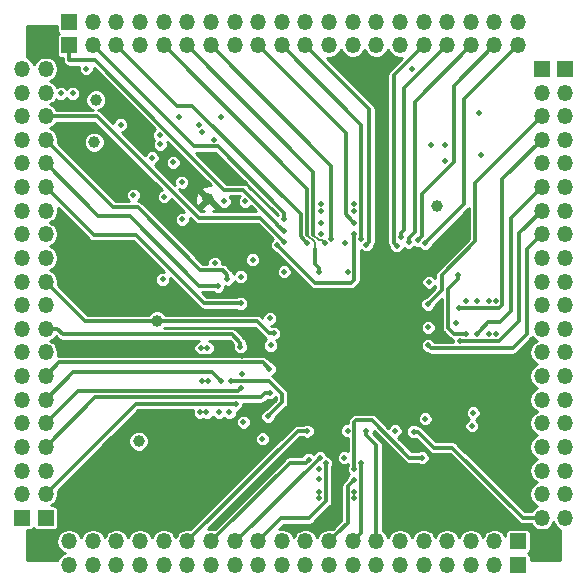
<source format=gbr>
G04 #@! TF.GenerationSoftware,KiCad,Pcbnew,5.0.2-bee76a0~70~ubuntu18.04.1*
G04 #@! TF.CreationDate,2019-11-19T20:55:50-08:00*
G04 #@! TF.ProjectId,A3P250_Dev_Board,41335032-3530-45f4-9465-765f426f6172,rev?*
G04 #@! TF.SameCoordinates,Original*
G04 #@! TF.FileFunction,Copper,L4,Bot*
G04 #@! TF.FilePolarity,Positive*
%FSLAX46Y46*%
G04 Gerber Fmt 4.6, Leading zero omitted, Abs format (unit mm)*
G04 Created by KiCad (PCBNEW 5.0.2-bee76a0~70~ubuntu18.04.1) date Tue 19 Nov 2019 08:55:50 PM PST*
%MOMM*%
%LPD*%
G01*
G04 APERTURE LIST*
G04 #@! TA.AperFunction,ComponentPad*
%ADD10O,1.350000X1.350000*%
G04 #@! TD*
G04 #@! TA.AperFunction,ComponentPad*
%ADD11R,1.350000X1.350000*%
G04 #@! TD*
G04 #@! TA.AperFunction,ComponentPad*
%ADD12C,1.000000*%
G04 #@! TD*
G04 #@! TA.AperFunction,ViaPad*
%ADD13C,0.508000*%
G04 #@! TD*
G04 #@! TA.AperFunction,Conductor*
%ADD14C,0.304800*%
G04 #@! TD*
G04 #@! TA.AperFunction,Conductor*
%ADD15C,0.152400*%
G04 #@! TD*
G04 #@! TA.AperFunction,Conductor*
%ADD16C,0.254000*%
G04 #@! TD*
G04 APERTURE END LIST*
D10*
G04 #@! TO.P,J3,20*
G04 #@! TO.N,Net-(J3-Pad20)*
X104870000Y-132270000D03*
G04 #@! TO.P,J3,19*
G04 #@! TO.N,Net-(J3-Pad19)*
X106870000Y-132270000D03*
G04 #@! TO.P,J3,18*
G04 #@! TO.N,Net-(J3-Pad18)*
X108870000Y-132270000D03*
G04 #@! TO.P,J3,17*
G04 #@! TO.N,Net-(J3-Pad17)*
X110870000Y-132270000D03*
G04 #@! TO.P,J3,16*
G04 #@! TO.N,Net-(J3-Pad16)*
X112870000Y-132270000D03*
G04 #@! TO.P,J3,15*
G04 #@! TO.N,Net-(J3-Pad15)*
X114870000Y-132270000D03*
G04 #@! TO.P,J3,14*
G04 #@! TO.N,Net-(J3-Pad14)*
X116870000Y-132270000D03*
G04 #@! TO.P,J3,13*
G04 #@! TO.N,Net-(J3-Pad13)*
X118870000Y-132270000D03*
G04 #@! TO.P,J3,12*
G04 #@! TO.N,Net-(J3-Pad12)*
X120870000Y-132270000D03*
G04 #@! TO.P,J3,11*
G04 #@! TO.N,Net-(J3-Pad11)*
X122870000Y-132270000D03*
G04 #@! TO.P,J3,10*
G04 #@! TO.N,Net-(J3-Pad10)*
X124870000Y-132270000D03*
G04 #@! TO.P,J3,9*
G04 #@! TO.N,Net-(C26-Pad1)*
X126870000Y-132270000D03*
G04 #@! TO.P,J3,8*
G04 #@! TO.N,Net-(J3-Pad8)*
X128870000Y-132270000D03*
G04 #@! TO.P,J3,7*
G04 #@! TO.N,Net-(J3-Pad7)*
X130870000Y-132270000D03*
G04 #@! TO.P,J3,6*
G04 #@! TO.N,Net-(J3-Pad6)*
X132870000Y-132270000D03*
G04 #@! TO.P,J3,5*
G04 #@! TO.N,Net-(J3-Pad5)*
X134870000Y-132270000D03*
G04 #@! TO.P,J3,4*
G04 #@! TO.N,Net-(J3-Pad4)*
X136870000Y-132270000D03*
G04 #@! TO.P,J3,3*
G04 #@! TO.N,Net-(J3-Pad3)*
X138870000Y-132270000D03*
G04 #@! TO.P,J3,2*
G04 #@! TO.N,TCK*
X140870000Y-132270000D03*
D11*
G04 #@! TO.P,J3,1*
G04 #@! TO.N,TDI*
X142870000Y-132270000D03*
G04 #@! TD*
G04 #@! TO.P,J2,1*
G04 #@! TO.N,Net-(J2-Pad1)*
X146870000Y-90270000D03*
D10*
G04 #@! TO.P,J2,2*
G04 #@! TO.N,Net-(J2-Pad2)*
X146870000Y-92270000D03*
G04 #@! TO.P,J2,3*
G04 #@! TO.N,Net-(J2-Pad3)*
X146870000Y-94270000D03*
G04 #@! TO.P,J2,4*
G04 #@! TO.N,Net-(J2-Pad4)*
X146870000Y-96270000D03*
G04 #@! TO.P,J2,5*
G04 #@! TO.N,Net-(J2-Pad5)*
X146870000Y-98270000D03*
G04 #@! TO.P,J2,6*
G04 #@! TO.N,Net-(C24-Pad1)*
X146870000Y-100270000D03*
G04 #@! TO.P,J2,7*
G04 #@! TO.N,Net-(J2-Pad7)*
X146870000Y-102270000D03*
G04 #@! TO.P,J2,8*
G04 #@! TO.N,Net-(J2-Pad8)*
X146870000Y-104270000D03*
G04 #@! TO.P,J2,9*
G04 #@! TO.N,Net-(J2-Pad9)*
X146870000Y-106270000D03*
G04 #@! TO.P,J2,10*
G04 #@! TO.N,Net-(J2-Pad10)*
X146870000Y-108270000D03*
G04 #@! TO.P,J2,11*
G04 #@! TO.N,Net-(J2-Pad11)*
X146870000Y-110270000D03*
G04 #@! TO.P,J2,12*
G04 #@! TO.N,Net-(J2-Pad12)*
X146870000Y-112270000D03*
G04 #@! TO.P,J2,13*
G04 #@! TO.N,Net-(J2-Pad13)*
X146870000Y-114270000D03*
G04 #@! TO.P,J2,14*
G04 #@! TO.N,Net-(J2-Pad14)*
X146870000Y-116270000D03*
G04 #@! TO.P,J2,15*
G04 #@! TO.N,Net-(J2-Pad15)*
X146870000Y-118270000D03*
G04 #@! TO.P,J2,16*
G04 #@! TO.N,VCCIB3*
X146870000Y-120270000D03*
G04 #@! TO.P,J2,17*
G04 #@! TO.N,TRST*
X146870000Y-122270000D03*
G04 #@! TO.P,J2,18*
G04 #@! TO.N,TDO*
X146870000Y-124270000D03*
G04 #@! TO.P,J2,19*
G04 #@! TO.N,VPUMP*
X146870000Y-126270000D03*
G04 #@! TO.P,J2,20*
G04 #@! TO.N,TMS*
X146870000Y-128270000D03*
G04 #@! TD*
G04 #@! TO.P,J1,20*
G04 #@! TO.N,Net-(J1-Pad20)*
X142870000Y-86270000D03*
G04 #@! TO.P,J1,19*
G04 #@! TO.N,Net-(J1-Pad19)*
X140870000Y-86270000D03*
G04 #@! TO.P,J1,18*
G04 #@! TO.N,Net-(J1-Pad18)*
X138870000Y-86270000D03*
G04 #@! TO.P,J1,17*
G04 #@! TO.N,Net-(J1-Pad17)*
X136870000Y-86270000D03*
G04 #@! TO.P,J1,16*
G04 #@! TO.N,Net-(J1-Pad16)*
X134870000Y-86270000D03*
G04 #@! TO.P,J1,15*
G04 #@! TO.N,Net-(J1-Pad15)*
X132870000Y-86270000D03*
G04 #@! TO.P,J1,14*
G04 #@! TO.N,Net-(J1-Pad14)*
X130870000Y-86270000D03*
G04 #@! TO.P,J1,13*
G04 #@! TO.N,Net-(J1-Pad13)*
X128870000Y-86270000D03*
G04 #@! TO.P,J1,12*
G04 #@! TO.N,Net-(J1-Pad12)*
X126870000Y-86270000D03*
G04 #@! TO.P,J1,11*
G04 #@! TO.N,Net-(J1-Pad11)*
X124870000Y-86270000D03*
G04 #@! TO.P,J1,10*
G04 #@! TO.N,Net-(J1-Pad10)*
X122870000Y-86270000D03*
G04 #@! TO.P,J1,9*
G04 #@! TO.N,Net-(C22-Pad1)*
X120870000Y-86270000D03*
G04 #@! TO.P,J1,8*
G04 #@! TO.N,Net-(J1-Pad8)*
X118870000Y-86270000D03*
G04 #@! TO.P,J1,7*
G04 #@! TO.N,Net-(J1-Pad7)*
X116870000Y-86270000D03*
G04 #@! TO.P,J1,6*
G04 #@! TO.N,Net-(J1-Pad6)*
X114870000Y-86270000D03*
G04 #@! TO.P,J1,5*
G04 #@! TO.N,Net-(J1-Pad5)*
X112870000Y-86270000D03*
G04 #@! TO.P,J1,4*
G04 #@! TO.N,Net-(J1-Pad4)*
X110870000Y-86270000D03*
G04 #@! TO.P,J1,3*
G04 #@! TO.N,Net-(J1-Pad3)*
X108870000Y-86270000D03*
G04 #@! TO.P,J1,2*
G04 #@! TO.N,Net-(J1-Pad2)*
X106870000Y-86270000D03*
D11*
G04 #@! TO.P,J1,1*
G04 #@! TO.N,Net-(J1-Pad1)*
X104870000Y-86270000D03*
G04 #@! TD*
G04 #@! TO.P,J4,1*
G04 #@! TO.N,Net-(J4-Pad1)*
X100870000Y-128270000D03*
D10*
G04 #@! TO.P,J4,2*
G04 #@! TO.N,Net-(J4-Pad2)*
X100870000Y-126270000D03*
G04 #@! TO.P,J4,3*
G04 #@! TO.N,Net-(J4-Pad3)*
X100870000Y-124270000D03*
G04 #@! TO.P,J4,4*
G04 #@! TO.N,Net-(J4-Pad4)*
X100870000Y-122270000D03*
G04 #@! TO.P,J4,5*
G04 #@! TO.N,Net-(J4-Pad5)*
X100870000Y-120270000D03*
G04 #@! TO.P,J4,6*
G04 #@! TO.N,VCCIB3*
X100870000Y-118270000D03*
G04 #@! TO.P,J4,7*
G04 #@! TO.N,Net-(J4-Pad7)*
X100870000Y-116270000D03*
G04 #@! TO.P,J4,8*
G04 #@! TO.N,Net-(J4-Pad8)*
X100870000Y-114270000D03*
G04 #@! TO.P,J4,9*
G04 #@! TO.N,Net-(J4-Pad9)*
X100870000Y-112270000D03*
G04 #@! TO.P,J4,10*
G04 #@! TO.N,Net-(J4-Pad10)*
X100870000Y-110270000D03*
G04 #@! TO.P,J4,11*
G04 #@! TO.N,Net-(J4-Pad11)*
X100870000Y-108270000D03*
G04 #@! TO.P,J4,12*
G04 #@! TO.N,Net-(D1-Pad2)*
X100870000Y-106270000D03*
G04 #@! TO.P,J4,13*
G04 #@! TO.N,Net-(J4-Pad13)*
X100870000Y-104270000D03*
G04 #@! TO.P,J4,14*
G04 #@! TO.N,Net-(J4-Pad14)*
X100870000Y-102270000D03*
G04 #@! TO.P,J4,15*
G04 #@! TO.N,Net-(J4-Pad15)*
X100870000Y-100270000D03*
G04 #@! TO.P,J4,16*
G04 #@! TO.N,Net-(J4-Pad16)*
X100870000Y-98270000D03*
G04 #@! TO.P,J4,17*
G04 #@! TO.N,Net-(J4-Pad17)*
X100870000Y-96270000D03*
G04 #@! TO.P,J4,18*
G04 #@! TO.N,GAA_IO00RSB0*
X100870000Y-94270000D03*
G04 #@! TO.P,J4,19*
G04 #@! TO.N,GND*
X100870000Y-92270000D03*
G04 #@! TO.P,J4,20*
G04 #@! TO.N,+5V*
X100870000Y-90270000D03*
G04 #@! TD*
G04 #@! TO.P,J4,20*
G04 #@! TO.N,+5V*
X102870000Y-90270000D03*
G04 #@! TO.P,J4,19*
G04 #@! TO.N,GND*
X102870000Y-92270000D03*
G04 #@! TO.P,J4,18*
G04 #@! TO.N,GAA_IO00RSB0*
X102870000Y-94270000D03*
G04 #@! TO.P,J4,17*
G04 #@! TO.N,Net-(J4-Pad17)*
X102870000Y-96270000D03*
G04 #@! TO.P,J4,16*
G04 #@! TO.N,Net-(J4-Pad16)*
X102870000Y-98270000D03*
G04 #@! TO.P,J4,15*
G04 #@! TO.N,Net-(J4-Pad15)*
X102870000Y-100270000D03*
G04 #@! TO.P,J4,14*
G04 #@! TO.N,Net-(J4-Pad14)*
X102870000Y-102270000D03*
G04 #@! TO.P,J4,13*
G04 #@! TO.N,Net-(J4-Pad13)*
X102870000Y-104270000D03*
G04 #@! TO.P,J4,12*
G04 #@! TO.N,Net-(D1-Pad2)*
X102870000Y-106270000D03*
G04 #@! TO.P,J4,11*
G04 #@! TO.N,Net-(J4-Pad11)*
X102870000Y-108270000D03*
G04 #@! TO.P,J4,10*
G04 #@! TO.N,Net-(J4-Pad10)*
X102870000Y-110270000D03*
G04 #@! TO.P,J4,9*
G04 #@! TO.N,Net-(J4-Pad9)*
X102870000Y-112270000D03*
G04 #@! TO.P,J4,8*
G04 #@! TO.N,Net-(J4-Pad8)*
X102870000Y-114270000D03*
G04 #@! TO.P,J4,7*
G04 #@! TO.N,Net-(J4-Pad7)*
X102870000Y-116270000D03*
G04 #@! TO.P,J4,6*
G04 #@! TO.N,VCCIB3*
X102870000Y-118270000D03*
G04 #@! TO.P,J4,5*
G04 #@! TO.N,Net-(J4-Pad5)*
X102870000Y-120270000D03*
G04 #@! TO.P,J4,4*
G04 #@! TO.N,Net-(J4-Pad4)*
X102870000Y-122270000D03*
G04 #@! TO.P,J4,3*
G04 #@! TO.N,Net-(J4-Pad3)*
X102870000Y-124270000D03*
G04 #@! TO.P,J4,2*
G04 #@! TO.N,Net-(J4-Pad2)*
X102870000Y-126270000D03*
D11*
G04 #@! TO.P,J4,1*
G04 #@! TO.N,Net-(J4-Pad1)*
X102870000Y-128270000D03*
G04 #@! TD*
G04 #@! TO.P,J3,1*
G04 #@! TO.N,TDI*
X142870000Y-130270000D03*
D10*
G04 #@! TO.P,J3,2*
G04 #@! TO.N,TCK*
X140870000Y-130270000D03*
G04 #@! TO.P,J3,3*
G04 #@! TO.N,Net-(J3-Pad3)*
X138870000Y-130270000D03*
G04 #@! TO.P,J3,4*
G04 #@! TO.N,Net-(J3-Pad4)*
X136870000Y-130270000D03*
G04 #@! TO.P,J3,5*
G04 #@! TO.N,Net-(J3-Pad5)*
X134870000Y-130270000D03*
G04 #@! TO.P,J3,6*
G04 #@! TO.N,Net-(J3-Pad6)*
X132870000Y-130270000D03*
G04 #@! TO.P,J3,7*
G04 #@! TO.N,Net-(J3-Pad7)*
X130870000Y-130270000D03*
G04 #@! TO.P,J3,8*
G04 #@! TO.N,Net-(J3-Pad8)*
X128870000Y-130270000D03*
G04 #@! TO.P,J3,9*
G04 #@! TO.N,Net-(C26-Pad1)*
X126870000Y-130270000D03*
G04 #@! TO.P,J3,10*
G04 #@! TO.N,Net-(J3-Pad10)*
X124870000Y-130270000D03*
G04 #@! TO.P,J3,11*
G04 #@! TO.N,Net-(J3-Pad11)*
X122870000Y-130270000D03*
G04 #@! TO.P,J3,12*
G04 #@! TO.N,Net-(J3-Pad12)*
X120870000Y-130270000D03*
G04 #@! TO.P,J3,13*
G04 #@! TO.N,Net-(J3-Pad13)*
X118870000Y-130270000D03*
G04 #@! TO.P,J3,14*
G04 #@! TO.N,Net-(J3-Pad14)*
X116870000Y-130270000D03*
G04 #@! TO.P,J3,15*
G04 #@! TO.N,Net-(J3-Pad15)*
X114870000Y-130270000D03*
G04 #@! TO.P,J3,16*
G04 #@! TO.N,Net-(J3-Pad16)*
X112870000Y-130270000D03*
G04 #@! TO.P,J3,17*
G04 #@! TO.N,Net-(J3-Pad17)*
X110870000Y-130270000D03*
G04 #@! TO.P,J3,18*
G04 #@! TO.N,Net-(J3-Pad18)*
X108870000Y-130270000D03*
G04 #@! TO.P,J3,19*
G04 #@! TO.N,Net-(J3-Pad19)*
X106870000Y-130270000D03*
G04 #@! TO.P,J3,20*
G04 #@! TO.N,Net-(J3-Pad20)*
X104870000Y-130270000D03*
G04 #@! TD*
D11*
G04 #@! TO.P,J1,1*
G04 #@! TO.N,Net-(J1-Pad1)*
X104870000Y-88270000D03*
D10*
G04 #@! TO.P,J1,2*
G04 #@! TO.N,Net-(J1-Pad2)*
X106870000Y-88270000D03*
G04 #@! TO.P,J1,3*
G04 #@! TO.N,Net-(J1-Pad3)*
X108870000Y-88270000D03*
G04 #@! TO.P,J1,4*
G04 #@! TO.N,Net-(J1-Pad4)*
X110870000Y-88270000D03*
G04 #@! TO.P,J1,5*
G04 #@! TO.N,Net-(J1-Pad5)*
X112870000Y-88270000D03*
G04 #@! TO.P,J1,6*
G04 #@! TO.N,Net-(J1-Pad6)*
X114870000Y-88270000D03*
G04 #@! TO.P,J1,7*
G04 #@! TO.N,Net-(J1-Pad7)*
X116870000Y-88270000D03*
G04 #@! TO.P,J1,8*
G04 #@! TO.N,Net-(J1-Pad8)*
X118870000Y-88270000D03*
G04 #@! TO.P,J1,9*
G04 #@! TO.N,Net-(C22-Pad1)*
X120870000Y-88270000D03*
G04 #@! TO.P,J1,10*
G04 #@! TO.N,Net-(J1-Pad10)*
X122870000Y-88270000D03*
G04 #@! TO.P,J1,11*
G04 #@! TO.N,Net-(J1-Pad11)*
X124870000Y-88270000D03*
G04 #@! TO.P,J1,12*
G04 #@! TO.N,Net-(J1-Pad12)*
X126870000Y-88270000D03*
G04 #@! TO.P,J1,13*
G04 #@! TO.N,Net-(J1-Pad13)*
X128870000Y-88270000D03*
G04 #@! TO.P,J1,14*
G04 #@! TO.N,Net-(J1-Pad14)*
X130870000Y-88270000D03*
G04 #@! TO.P,J1,15*
G04 #@! TO.N,Net-(J1-Pad15)*
X132870000Y-88270000D03*
G04 #@! TO.P,J1,16*
G04 #@! TO.N,Net-(J1-Pad16)*
X134870000Y-88270000D03*
G04 #@! TO.P,J1,17*
G04 #@! TO.N,Net-(J1-Pad17)*
X136870000Y-88270000D03*
G04 #@! TO.P,J1,18*
G04 #@! TO.N,Net-(J1-Pad18)*
X138870000Y-88270000D03*
G04 #@! TO.P,J1,19*
G04 #@! TO.N,Net-(J1-Pad19)*
X140870000Y-88270000D03*
G04 #@! TO.P,J1,20*
G04 #@! TO.N,Net-(J1-Pad20)*
X142870000Y-88270000D03*
G04 #@! TD*
G04 #@! TO.P,J2,20*
G04 #@! TO.N,TMS*
X144870000Y-128270000D03*
G04 #@! TO.P,J2,19*
G04 #@! TO.N,VPUMP*
X144870000Y-126270000D03*
G04 #@! TO.P,J2,18*
G04 #@! TO.N,TDO*
X144870000Y-124270000D03*
G04 #@! TO.P,J2,17*
G04 #@! TO.N,TRST*
X144870000Y-122270000D03*
G04 #@! TO.P,J2,16*
G04 #@! TO.N,VCCIB3*
X144870000Y-120270000D03*
G04 #@! TO.P,J2,15*
G04 #@! TO.N,Net-(J2-Pad15)*
X144870000Y-118270000D03*
G04 #@! TO.P,J2,14*
G04 #@! TO.N,Net-(J2-Pad14)*
X144870000Y-116270000D03*
G04 #@! TO.P,J2,13*
G04 #@! TO.N,Net-(J2-Pad13)*
X144870000Y-114270000D03*
G04 #@! TO.P,J2,12*
G04 #@! TO.N,Net-(J2-Pad12)*
X144870000Y-112270000D03*
G04 #@! TO.P,J2,11*
G04 #@! TO.N,Net-(J2-Pad11)*
X144870000Y-110270000D03*
G04 #@! TO.P,J2,10*
G04 #@! TO.N,Net-(J2-Pad10)*
X144870000Y-108270000D03*
G04 #@! TO.P,J2,9*
G04 #@! TO.N,Net-(J2-Pad9)*
X144870000Y-106270000D03*
G04 #@! TO.P,J2,8*
G04 #@! TO.N,Net-(J2-Pad8)*
X144870000Y-104270000D03*
G04 #@! TO.P,J2,7*
G04 #@! TO.N,Net-(J2-Pad7)*
X144870000Y-102270000D03*
G04 #@! TO.P,J2,6*
G04 #@! TO.N,Net-(C24-Pad1)*
X144870000Y-100270000D03*
G04 #@! TO.P,J2,5*
G04 #@! TO.N,Net-(J2-Pad5)*
X144870000Y-98270000D03*
G04 #@! TO.P,J2,4*
G04 #@! TO.N,Net-(J2-Pad4)*
X144870000Y-96270000D03*
G04 #@! TO.P,J2,3*
G04 #@! TO.N,Net-(J2-Pad3)*
X144870000Y-94270000D03*
G04 #@! TO.P,J2,2*
G04 #@! TO.N,Net-(J2-Pad2)*
X144870000Y-92270000D03*
D11*
G04 #@! TO.P,J2,1*
G04 #@! TO.N,Net-(J2-Pad1)*
X144870000Y-90270000D03*
G04 #@! TD*
D12*
G04 #@! TO.P,VIO,1*
G04 #@! TO.N,VCCIB3*
X135991600Y-101854000D03*
G04 #@! TD*
G04 #@! TO.P,CLK,1*
G04 #@! TO.N,Net-(J4-Pad11)*
X112293400Y-111582200D03*
G04 #@! TD*
G04 #@! TO.P,+5V,1*
G04 #@! TO.N,+5V*
X107111800Y-92887800D03*
G04 #@! TD*
G04 #@! TO.P,GND,1*
G04 #@! TO.N,GND*
X106984800Y-96469200D03*
G04 #@! TD*
G04 #@! TO.P,VCore,1*
G04 #@! TO.N,Net-(C10-Pad1)*
X110744000Y-121793000D03*
G04 #@! TD*
G04 #@! TO.P,VPLL,1*
G04 #@! TO.N,Net-(C11-Pad1)*
X116662200Y-101269800D03*
G04 #@! TD*
D13*
G04 #@! TO.N,GND*
X112522000Y-95845000D03*
X112562000Y-96647000D03*
X111887000Y-97790000D03*
X112903000Y-101092000D03*
X114173000Y-94361000D03*
X115824000Y-94996000D03*
X113665000Y-98171000D03*
X114388948Y-99860668D03*
X117094000Y-96266000D03*
X110295968Y-100948768D03*
X114427000Y-102997000D03*
X135531696Y-96703249D03*
X139722696Y-97592249D03*
X139595696Y-94036249D03*
X117983000Y-101473000D03*
X119761000Y-101473000D03*
X104140000Y-92329000D03*
X105156000Y-92329000D03*
X112776000Y-108077000D03*
X120396000Y-106426000D03*
X121869200Y-111379000D03*
X119373614Y-107840729D03*
X123063000Y-107442000D03*
X135255000Y-112141000D03*
X135001000Y-119888000D03*
G04 #@! TO.N,Net-(C26-Pad1)*
X134747000Y-123190000D03*
G04 #@! TO.N,GND*
X132461000Y-120904000D03*
X138963400Y-120497600D03*
X139065000Y-119380000D03*
X117201488Y-106726189D03*
G04 #@! TO.N,Net-(C11-Pad1)*
X118516400Y-113893600D03*
G04 #@! TO.N,Net-(C10-Pad1)*
X116078000Y-95631000D03*
X109220000Y-94996000D03*
G04 #@! TO.N,VCCIB3*
X136674696Y-96703249D03*
X136674696Y-98100249D03*
G04 #@! TO.N,Net-(J1-Pad1)*
X123063000Y-104013000D03*
G04 #@! TO.N,Net-(J1-Pad2)*
X123063000Y-102997000D03*
G04 #@! TO.N,Net-(J1-Pad16)*
X132582800Y-105239950D03*
G04 #@! TO.N,Net-(J1-Pad17)*
X132969000Y-104521000D03*
G04 #@! TO.N,Net-(J1-Pad18)*
X133598801Y-104927041D03*
G04 #@! TO.N,Net-(J1-Pad19)*
X134366000Y-104775000D03*
G04 #@! TO.N,Net-(J1-Pad20)*
X135001000Y-105029000D03*
G04 #@! TO.N,TMS*
X134035800Y-120980200D03*
G04 #@! TO.N,Net-(J3-Pad13)*
X126082800Y-123190000D03*
G04 #@! TO.N,+5V*
X133858000Y-90297000D03*
X106299000Y-90270000D03*
G04 #@! TO.N,Net-(J4-Pad16)*
X117465485Y-108658226D03*
G04 #@! TO.N,Net-(J4-Pad15)*
X119380000Y-110109000D03*
G04 #@! TO.N,Net-(J4-Pad11)*
X122174000Y-112649000D03*
G04 #@! TO.N,Net-(C11-Pad1)*
X117983000Y-99695000D03*
G04 #@! TO.N,GND*
X116558851Y-113893600D03*
X116027200Y-113893600D03*
X129015704Y-101722090D03*
X129015704Y-102253741D03*
X140978881Y-109900025D03*
X140447230Y-109900025D03*
X140975919Y-112672330D03*
X126190398Y-101722268D03*
X140444268Y-112672330D03*
X126190398Y-102253919D03*
X126061371Y-126618619D03*
X116103400Y-116687600D03*
X129001848Y-126635420D03*
X126061371Y-126086968D03*
X116635051Y-116687600D03*
X129001848Y-126103769D03*
X115951000Y-119354600D03*
X116482651Y-119354600D03*
G04 #@! TO.N,Net-(C10-Pad1)*
X117548420Y-119354600D03*
G04 #@! TO.N,Net-(C11-Pad1)*
X117624620Y-113893600D03*
G04 #@! TO.N,Net-(C22-Pad1)*
X129015704Y-104211290D03*
X129015704Y-103319510D03*
G04 #@! TO.N,Net-(C10-Pad1)*
X138489681Y-109900025D03*
X139381461Y-109900025D03*
G04 #@! TO.N,Net-(C24-Pad1)*
X138486719Y-112672330D03*
G04 #@! TO.N,Net-(C10-Pad1)*
X126190398Y-104211468D03*
X126190398Y-103319688D03*
X126061371Y-124129419D03*
X126061371Y-125021199D03*
G04 #@! TO.N,VCCIB3*
X117700820Y-116687600D03*
G04 #@! TO.N,Net-(C10-Pad1)*
X128168400Y-123190000D03*
X137617200Y-111785400D03*
X128244600Y-105029000D03*
G04 #@! TO.N,VCCIB3*
X118592600Y-116687600D03*
G04 #@! TO.N,Net-(J1-Pad3)*
X125017728Y-104979272D03*
G04 #@! TO.N,Net-(J1-Pad5)*
X126009400Y-107467400D03*
G04 #@! TO.N,Net-(J1-Pad6)*
X126517400Y-105003600D03*
G04 #@! TO.N,Net-(J1-Pad7)*
X127061607Y-104629458D03*
G04 #@! TO.N,Net-(J2-Pad8)*
X135255000Y-113665000D03*
G04 #@! TO.N,Net-(J2-Pad7)*
X137972800Y-113309400D03*
G04 #@! TO.N,Net-(J2-Pad4)*
X137896600Y-110540800D03*
G04 #@! TO.N,Net-(J2-Pad3)*
X135229600Y-110185200D03*
G04 #@! TO.N,Net-(J3-Pad7)*
X130022600Y-120904000D03*
G04 #@! TO.N,Net-(J3-Pad8)*
X129582800Y-123647200D03*
G04 #@! TO.N,Net-(J3-Pad12)*
X126606526Y-123655848D03*
G04 #@! TO.N,Net-(J3-Pad14)*
X125142968Y-123339568D03*
G04 #@! TO.N,Net-(J3-Pad15)*
X125018800Y-120929400D03*
G04 #@! TO.N,GND*
X121920000Y-113665000D03*
G04 #@! TO.N,VCCIB3*
X121691400Y-119684800D03*
G04 #@! TO.N,GND*
X119608600Y-120167400D03*
X121234200Y-121589800D03*
X128456894Y-107442000D03*
X135331144Y-108314799D03*
X128447790Y-120904000D03*
G04 #@! TO.N,Net-(C10-Pad1)*
X118414790Y-119354600D03*
X119507000Y-116128800D03*
X117703600Y-94361000D03*
G04 #@! TO.N,Net-(J1-Pad10)*
X129581436Y-104673072D03*
G04 #@! TO.N,Net-(J1-Pad11)*
X130026875Y-105160645D03*
G04 #@! TO.N,GAA_IO00RSB0*
X123074580Y-104896462D03*
G04 #@! TO.N,Net-(J4-Pad9)*
X119354600Y-113792000D03*
G04 #@! TO.N,Net-(J4-Pad7)*
X121818400Y-115671600D03*
G04 #@! TO.N,Net-(J4-Pad5)*
X119430800Y-117246412D03*
G04 #@! TO.N,Net-(J4-Pad4)*
X121843800Y-117678200D03*
G04 #@! TO.N,Net-(J4-Pad2)*
X118973600Y-118643410D03*
G04 #@! TO.N,Net-(C11-Pad1)*
X119761000Y-99949000D03*
X119502435Y-114544246D03*
G04 #@! TO.N,Net-(J4-Pad17)*
X118266210Y-108060980D03*
G04 #@! TO.N,Net-(C22-Pad1)*
X122478800Y-105181400D03*
G04 #@! TO.N,Net-(C24-Pad1)*
X139378499Y-112672330D03*
X137795000Y-107721400D03*
G04 #@! TO.N,Net-(C26-Pad1)*
X129001848Y-124146220D03*
X129001848Y-125038000D03*
G04 #@! TD*
D14*
G04 #@! TO.N,Net-(J1-Pad1)*
X104870000Y-89535000D02*
X104870000Y-88270000D01*
X107039026Y-89535000D02*
X104870000Y-89535000D01*
X113080801Y-95576775D02*
X107039026Y-89535000D01*
X122504199Y-103454199D02*
X122504199Y-103389173D01*
X113080801Y-95619827D02*
X113080801Y-95576775D01*
X123063000Y-104013000D02*
X122504199Y-103454199D01*
X119622827Y-100507801D02*
X117968775Y-100507801D01*
X122504199Y-103389173D02*
X119622827Y-100507801D01*
X117968775Y-100507801D02*
X113080801Y-95619827D01*
G04 #@! TO.N,Net-(J1-Pad2)*
X107544999Y-88944999D02*
X106870000Y-88270000D01*
X115424801Y-96824801D02*
X107544999Y-88944999D01*
X117463827Y-96824801D02*
X115424801Y-96824801D01*
X123063000Y-102423974D02*
X117463827Y-96824801D01*
X123063000Y-102997000D02*
X123063000Y-102423974D01*
G04 #@! TO.N,Net-(J1-Pad16)*
X134195001Y-88944999D02*
X134870000Y-88270000D01*
X132328801Y-90811199D02*
X134195001Y-88944999D01*
X132328801Y-104985951D02*
X132328801Y-90811199D01*
X132582800Y-105239950D02*
X132328801Y-104985951D01*
G04 #@! TO.N,Net-(J1-Pad17)*
X133223000Y-91917000D02*
X136870000Y-88270000D01*
X133223000Y-103907790D02*
X133223000Y-91917000D01*
X132969000Y-104521000D02*
X132969000Y-104161790D01*
X132969000Y-104161790D02*
X133223000Y-103907790D01*
G04 #@! TO.N,Net-(J1-Pad18)*
X134112000Y-93028000D02*
X138870000Y-88270000D01*
X134112000Y-104054632D02*
X134112000Y-93028000D01*
X133598801Y-104927041D02*
X133598801Y-104567831D01*
X133598801Y-104567831D02*
X134112000Y-104054632D01*
G04 #@! TO.N,Net-(J1-Pad19)*
X137414000Y-91726000D02*
X140870000Y-88270000D01*
X137414000Y-98187971D02*
X137414000Y-91726000D01*
X134747000Y-100854971D02*
X137414000Y-98187971D01*
X134366000Y-104775000D02*
X134747000Y-104394000D01*
X134747000Y-104394000D02*
X134747000Y-100854971D01*
G04 #@! TO.N,Net-(J1-Pad20)*
X135001000Y-105029000D02*
X138303000Y-101727000D01*
X138303000Y-92837000D02*
X142870000Y-88270000D01*
X138303000Y-101727000D02*
X138303000Y-92837000D01*
G04 #@! TO.N,TMS*
X134395010Y-120980200D02*
X135741210Y-122326400D01*
X134035800Y-120980200D02*
X134395010Y-120980200D01*
X135741210Y-122326400D02*
X137312400Y-122326400D01*
X137312400Y-122326400D02*
X143256000Y-128270000D01*
X143256000Y-128270000D02*
X144870000Y-128270000D01*
G04 #@! TO.N,Net-(J3-Pad13)*
X119002800Y-130270000D02*
X118870000Y-130270000D01*
X126082800Y-123190000D02*
X119002800Y-130270000D01*
G04 #@! TO.N,Net-(J4-Pad16)*
X117106275Y-108658226D02*
X117465485Y-108658226D01*
X115897226Y-108658226D02*
X117106275Y-108658226D01*
X107343000Y-102743000D02*
X109982000Y-102743000D01*
X102870000Y-98270000D02*
X107343000Y-102743000D01*
X109982000Y-102743000D02*
X115897226Y-108658226D01*
G04 #@! TO.N,Net-(J4-Pad15)*
X119020790Y-110109000D02*
X119380000Y-110109000D01*
X116287562Y-110109000D02*
X119020790Y-110109000D01*
X102870000Y-100270000D02*
X106928974Y-104328974D01*
X106928974Y-104328974D02*
X110507536Y-104328974D01*
X110507536Y-104328974D02*
X116287562Y-110109000D01*
G04 #@! TO.N,Net-(J1-Pad3)*
X124460000Y-104421544D02*
X124763729Y-104725273D01*
X108870000Y-88270000D02*
X113970400Y-93370400D01*
X124460000Y-102565200D02*
X124460000Y-104421544D01*
X124763729Y-104725273D02*
X125017728Y-104979272D01*
X113970400Y-93370400D02*
X115265200Y-93370400D01*
X115265200Y-93370400D02*
X124460000Y-102565200D01*
G04 #@! TO.N,Net-(J1-Pad5)*
X126009400Y-107108190D02*
X125653800Y-106752590D01*
X126009400Y-107467400D02*
X126009400Y-107108190D01*
X125653800Y-106752590D02*
X125653800Y-105511600D01*
D15*
X125018800Y-104297830D02*
X125018800Y-104267000D01*
X125653800Y-105511600D02*
X125653800Y-104932830D01*
X125653800Y-104932830D02*
X125018800Y-104297830D01*
G04 #@! TO.N,Net-(J1-Pad6)*
X126263401Y-104749601D02*
X126009401Y-104749601D01*
X126517400Y-105003600D02*
X126263401Y-104749601D01*
X126009401Y-104749601D02*
X125552200Y-104292400D01*
D14*
X125552200Y-98952200D02*
X114870000Y-88270000D01*
X125552200Y-104292400D02*
X125552200Y-98952200D01*
G04 #@! TO.N,Net-(J1-Pad7)*
X127061607Y-104270248D02*
X127061607Y-104629458D01*
X116870000Y-88270000D02*
X127061607Y-98461607D01*
X127061607Y-98461607D02*
X127061607Y-104270248D01*
G04 #@! TO.N,Net-(J2-Pad8)*
X135508999Y-113918999D02*
X142417801Y-113918999D01*
X135255000Y-113665000D02*
X135508999Y-113918999D01*
X142417801Y-113918999D02*
X143662400Y-112674400D01*
X143662400Y-105477600D02*
X144870000Y-104270000D01*
X143662400Y-112674400D02*
X143662400Y-105477600D01*
G04 #@! TO.N,Net-(J2-Pad7)*
X137972800Y-113309400D02*
X141224000Y-113309400D01*
X142951200Y-104188800D02*
X144870000Y-102270000D01*
X142951200Y-111582200D02*
X142951200Y-104188800D01*
X141224000Y-113309400D02*
X142951200Y-111582200D01*
G04 #@! TO.N,Net-(J2-Pad4)*
X141554200Y-99585800D02*
X144870000Y-96270000D01*
X141554200Y-110286800D02*
X141554200Y-99585800D01*
X137896600Y-110540800D02*
X141300200Y-110540800D01*
X141300200Y-110540800D02*
X141554200Y-110286800D01*
G04 #@! TO.N,Net-(J3-Pad7)*
X130870000Y-129315406D02*
X130870000Y-130270000D01*
X130870000Y-122110610D02*
X130870000Y-129315406D01*
X130022600Y-121263210D02*
X130870000Y-122110610D01*
X130022600Y-120904000D02*
X130022600Y-121263210D01*
G04 #@! TO.N,Net-(J3-Pad8)*
X129582800Y-129557200D02*
X128870000Y-130270000D01*
X129582800Y-123647200D02*
X129582800Y-129557200D01*
G04 #@! TO.N,Net-(J3-Pad12)*
X126620172Y-126886844D02*
X125186216Y-128320800D01*
X126606526Y-123655848D02*
X126620172Y-123669494D01*
X126620172Y-123669494D02*
X126620172Y-126886844D01*
X122819200Y-128320800D02*
X120870000Y-130270000D01*
X125186216Y-128320800D02*
X122819200Y-128320800D01*
G04 #@! TO.N,Net-(J3-Pad14)*
X123546433Y-123593567D02*
X117544999Y-129595001D01*
X117544999Y-129595001D02*
X116870000Y-130270000D01*
X124888969Y-123593567D02*
X123546433Y-123593567D01*
X125142968Y-123339568D02*
X124888969Y-123593567D01*
G04 #@! TO.N,Net-(J3-Pad15)*
X124210600Y-120929400D02*
X114870000Y-130270000D01*
X125018800Y-120929400D02*
X124210600Y-120929400D01*
G04 #@! TO.N,VCCIB3*
X117446821Y-116433601D02*
X117446821Y-116405421D01*
X117700820Y-116687600D02*
X117446821Y-116433601D01*
X117446821Y-116405421D02*
X116967000Y-115925600D01*
X105214400Y-115925600D02*
X102870000Y-118270000D01*
X116967000Y-115925600D02*
X105214400Y-115925600D01*
X121767600Y-116687600D02*
X118592600Y-116687600D01*
X122885200Y-117805200D02*
X121767600Y-116687600D01*
X121691400Y-119684800D02*
X122885200Y-118491000D01*
X122885200Y-118491000D02*
X122885200Y-117805200D01*
G04 #@! TO.N,Net-(J1-Pad5)*
X125018800Y-104297830D02*
X125018800Y-100418800D01*
X125018800Y-100418800D02*
X112870000Y-88270000D01*
G04 #@! TO.N,Net-(J1-Pad10)*
X122870000Y-88270000D02*
X129581436Y-94981436D01*
X129581436Y-104313862D02*
X129581436Y-104673072D01*
X129581436Y-94981436D02*
X129581436Y-104313862D01*
G04 #@! TO.N,Net-(J1-Pad11)*
X130280874Y-104906646D02*
X130026875Y-105160645D01*
X124870000Y-88270000D02*
X130280874Y-93680874D01*
X130280874Y-93680874D02*
X130280874Y-104906646D01*
G04 #@! TO.N,Net-(J2-Pad3)*
X144195001Y-94944999D02*
X144195001Y-94945999D01*
X144870000Y-94270000D02*
X144195001Y-94944999D01*
X144195001Y-94945999D02*
X139242800Y-99898200D01*
X139242800Y-99898200D02*
X139242800Y-104876600D01*
X139242800Y-104876600D02*
X136398000Y-107721400D01*
X136398000Y-109016800D02*
X135229600Y-110185200D01*
X136398000Y-107721400D02*
X136398000Y-109016800D01*
G04 #@! TO.N,GAA_IO00RSB0*
X122820581Y-104642463D02*
X123074580Y-104896462D01*
X102870000Y-94270000D02*
X107224000Y-94270000D01*
X107224000Y-94270000D02*
X115824000Y-102870000D01*
X115824000Y-102870000D02*
X121048118Y-102870000D01*
X121048118Y-102870000D02*
X122820581Y-104642463D01*
G04 #@! TO.N,Net-(J4-Pad11)*
X106233000Y-111633000D02*
X102870000Y-108270000D01*
X120798790Y-111633000D02*
X106233000Y-111633000D01*
X122174000Y-112649000D02*
X121814790Y-112649000D01*
X121814790Y-112649000D02*
X120798790Y-111633000D01*
G04 #@! TO.N,Net-(J4-Pad9)*
X103824594Y-112270000D02*
X102870000Y-112270000D01*
X104305194Y-112750600D02*
X103824594Y-112270000D01*
X118672410Y-112750600D02*
X104305194Y-112750600D01*
X119354600Y-113792000D02*
X119354600Y-113432790D01*
X119354600Y-113432790D02*
X118672410Y-112750600D01*
G04 #@! TO.N,Net-(J4-Pad7)*
X104036944Y-115103056D02*
X102870000Y-116270000D01*
X121818400Y-115671600D02*
X121249856Y-115103056D01*
X121249856Y-115103056D02*
X104036944Y-115103056D01*
G04 #@! TO.N,Net-(J4-Pad5)*
X119176801Y-117500411D02*
X116738411Y-117500411D01*
X119430800Y-117246412D02*
X119176801Y-117500411D01*
X116738411Y-117500411D02*
X116738400Y-117500400D01*
X105639600Y-117500400D02*
X102870000Y-120270000D01*
X116738400Y-117500400D02*
X105639600Y-117500400D01*
G04 #@! TO.N,Net-(J4-Pad4)*
X121843800Y-117678200D02*
X121484590Y-117678200D01*
X121484590Y-117678200D02*
X121078190Y-118084600D01*
X107055400Y-118084600D02*
X102870000Y-122270000D01*
X121078190Y-118084600D02*
X107055400Y-118084600D01*
G04 #@! TO.N,Net-(J4-Pad2)*
X118614390Y-118643410D02*
X118973600Y-118643410D01*
X102870000Y-126270000D02*
X110496590Y-118643410D01*
X110496590Y-118643410D02*
X118614390Y-118643410D01*
G04 #@! TO.N,Net-(J4-Pad17)*
X110678974Y-101981000D02*
X115982973Y-107284999D01*
X115982973Y-107284999D02*
X117849439Y-107284999D01*
X102870000Y-96270000D02*
X108581000Y-101981000D01*
X118266210Y-107701770D02*
X118266210Y-108060980D01*
X117849439Y-107284999D02*
X118266210Y-107701770D01*
X108581000Y-101981000D02*
X110678974Y-101981000D01*
G04 #@! TO.N,Net-(C22-Pad1)*
X128295400Y-102590600D02*
X128295400Y-95695400D01*
X128295400Y-95695400D02*
X120870000Y-88270000D01*
X128761705Y-103056905D02*
X128295400Y-102590600D01*
X129015704Y-103319510D02*
X128761705Y-103065511D01*
X128761705Y-103065511D02*
X128761705Y-103056905D01*
X128752600Y-108381800D02*
X129015704Y-108118696D01*
X125679200Y-108381800D02*
X128752600Y-108381800D01*
X122478800Y-105181400D02*
X125679200Y-108381800D01*
X129015704Y-108118696D02*
X129015704Y-104211290D01*
G04 #@! TO.N,Net-(C24-Pad1)*
X142290800Y-102849200D02*
X144870000Y-100270000D01*
X139632498Y-112418331D02*
X139651269Y-112418331D01*
X139378499Y-112672330D02*
X139632498Y-112418331D01*
X139651269Y-112418331D02*
X140360400Y-111709200D01*
X140360400Y-111709200D02*
X141351000Y-111709200D01*
X141351000Y-111709200D02*
X142290800Y-110769400D01*
X142290800Y-110769400D02*
X142290800Y-102849200D01*
X137795000Y-108080610D02*
X136956800Y-108918810D01*
X137795000Y-107721400D02*
X137795000Y-108080610D01*
X136956800Y-108918810D02*
X136956800Y-112166400D01*
X137462730Y-112672330D02*
X138486719Y-112672330D01*
X136956800Y-112166400D02*
X137462730Y-112672330D01*
G04 #@! TO.N,Net-(C26-Pad1)*
X127544999Y-129595001D02*
X126870000Y-130270000D01*
X128443047Y-128696953D02*
X127544999Y-129595001D01*
X128443047Y-125596801D02*
X128443047Y-128696953D01*
X129001848Y-125038000D02*
X128443047Y-125596801D01*
X129001848Y-123787010D02*
X129006600Y-123782258D01*
X129001848Y-124146220D02*
X129001848Y-123787010D01*
X129006600Y-123782258D02*
X129006600Y-120167400D01*
X129006600Y-120167400D02*
X129184400Y-119989600D01*
X133680200Y-123190000D02*
X134747000Y-123190000D01*
X129184400Y-119989600D02*
X130479800Y-119989600D01*
X130479800Y-119989600D02*
X133680200Y-123190000D01*
G04 #@! TD*
D16*
G04 #@! TO.N,Net-(C11-Pad1)*
G36*
X131875270Y-88682031D02*
X132108667Y-89031333D01*
X132457969Y-89264730D01*
X132765994Y-89326000D01*
X132974006Y-89326000D01*
X133080927Y-89304732D01*
X131988776Y-90396884D01*
X131944243Y-90426640D01*
X131914487Y-90471173D01*
X131914486Y-90471174D01*
X131826351Y-90603077D01*
X131784953Y-90811199D01*
X131795402Y-90863730D01*
X131795401Y-104933425D01*
X131784953Y-104985951D01*
X131795401Y-105038477D01*
X131795401Y-105038481D01*
X131826350Y-105194072D01*
X131944242Y-105370510D01*
X131951596Y-105375424D01*
X132044473Y-105599648D01*
X132223102Y-105778277D01*
X132456491Y-105874950D01*
X132709109Y-105874950D01*
X132942498Y-105778277D01*
X133121127Y-105599648D01*
X133195011Y-105421276D01*
X133239103Y-105465368D01*
X133472492Y-105562041D01*
X133725110Y-105562041D01*
X133958499Y-105465368D01*
X134080009Y-105343858D01*
X134239691Y-105410000D01*
X134483975Y-105410000D01*
X134641302Y-105567327D01*
X134874691Y-105664000D01*
X135127309Y-105664000D01*
X135360698Y-105567327D01*
X135539327Y-105388698D01*
X135636000Y-105155309D01*
X135636000Y-105148340D01*
X138643026Y-102141315D01*
X138687559Y-102111559D01*
X138709400Y-102078871D01*
X138709401Y-104655658D01*
X136057977Y-107307083D01*
X136013441Y-107336841D01*
X135895549Y-107513279D01*
X135864600Y-107668870D01*
X135864600Y-107668874D01*
X135854152Y-107721400D01*
X135864600Y-107773926D01*
X135864600Y-107950230D01*
X135690842Y-107776472D01*
X135457453Y-107679799D01*
X135204835Y-107679799D01*
X134971446Y-107776472D01*
X134792817Y-107955101D01*
X134696144Y-108188490D01*
X134696144Y-108441108D01*
X134792817Y-108674497D01*
X134971446Y-108853126D01*
X135204835Y-108949799D01*
X135457453Y-108949799D01*
X135690842Y-108853126D01*
X135864601Y-108679367D01*
X135864601Y-108795858D01*
X135110260Y-109550200D01*
X135103291Y-109550200D01*
X134869902Y-109646873D01*
X134691273Y-109825502D01*
X134594600Y-110058891D01*
X134594600Y-110311509D01*
X134691273Y-110544898D01*
X134869902Y-110723527D01*
X135103291Y-110820200D01*
X135355909Y-110820200D01*
X135589298Y-110723527D01*
X135767927Y-110544898D01*
X135864600Y-110311509D01*
X135864600Y-110304540D01*
X136423400Y-109745740D01*
X136423401Y-112113869D01*
X136412952Y-112166400D01*
X136454350Y-112374522D01*
X136538659Y-112500698D01*
X136572242Y-112550959D01*
X136616775Y-112580715D01*
X137048414Y-113012355D01*
X137078171Y-113056889D01*
X137254608Y-113174781D01*
X137337800Y-113191329D01*
X137337800Y-113385599D01*
X135826587Y-113385599D01*
X135793327Y-113305302D01*
X135614698Y-113126673D01*
X135381309Y-113030000D01*
X135128691Y-113030000D01*
X134895302Y-113126673D01*
X134716673Y-113305302D01*
X134620000Y-113538691D01*
X134620000Y-113791309D01*
X134716673Y-114024698D01*
X134895302Y-114203327D01*
X135119526Y-114296204D01*
X135124440Y-114303558D01*
X135300877Y-114421450D01*
X135456468Y-114452399D01*
X135456472Y-114452399D01*
X135508999Y-114462847D01*
X135561526Y-114452399D01*
X142365275Y-114452399D01*
X142417801Y-114462847D01*
X142470327Y-114452399D01*
X142470332Y-114452399D01*
X142625923Y-114421450D01*
X142802360Y-114303558D01*
X142832118Y-114259022D01*
X144002426Y-113088715D01*
X144046959Y-113058959D01*
X144087043Y-112998970D01*
X144108667Y-113031333D01*
X144457969Y-113264730D01*
X144484463Y-113270000D01*
X144457969Y-113275270D01*
X144108667Y-113508667D01*
X143875270Y-113857969D01*
X143793312Y-114270000D01*
X143875270Y-114682031D01*
X144108667Y-115031333D01*
X144457969Y-115264730D01*
X144484463Y-115270000D01*
X144457969Y-115275270D01*
X144108667Y-115508667D01*
X143875270Y-115857969D01*
X143793312Y-116270000D01*
X143875270Y-116682031D01*
X144108667Y-117031333D01*
X144457969Y-117264730D01*
X144484463Y-117270000D01*
X144457969Y-117275270D01*
X144108667Y-117508667D01*
X143875270Y-117857969D01*
X143793312Y-118270000D01*
X143875270Y-118682031D01*
X144108667Y-119031333D01*
X144457969Y-119264730D01*
X144484463Y-119270000D01*
X144457969Y-119275270D01*
X144108667Y-119508667D01*
X143875270Y-119857969D01*
X143793312Y-120270000D01*
X143875270Y-120682031D01*
X144108667Y-121031333D01*
X144457969Y-121264730D01*
X144484463Y-121270000D01*
X144457969Y-121275270D01*
X144108667Y-121508667D01*
X143875270Y-121857969D01*
X143793312Y-122270000D01*
X143875270Y-122682031D01*
X144108667Y-123031333D01*
X144457969Y-123264730D01*
X144484463Y-123270000D01*
X144457969Y-123275270D01*
X144108667Y-123508667D01*
X143875270Y-123857969D01*
X143793312Y-124270000D01*
X143875270Y-124682031D01*
X144108667Y-125031333D01*
X144457969Y-125264730D01*
X144484463Y-125270000D01*
X144457969Y-125275270D01*
X144108667Y-125508667D01*
X143875270Y-125857969D01*
X143793312Y-126270000D01*
X143875270Y-126682031D01*
X144108667Y-127031333D01*
X144457969Y-127264730D01*
X144484463Y-127270000D01*
X144457969Y-127275270D01*
X144108667Y-127508667D01*
X143956366Y-127736600D01*
X143476941Y-127736600D01*
X137726717Y-121986377D01*
X137696959Y-121941841D01*
X137520522Y-121823949D01*
X137364931Y-121793000D01*
X137364926Y-121793000D01*
X137312400Y-121782552D01*
X137259874Y-121793000D01*
X135962151Y-121793000D01*
X134809327Y-120640177D01*
X134779569Y-120595641D01*
X134603132Y-120477749D01*
X134447541Y-120446800D01*
X134447536Y-120446800D01*
X134395010Y-120436352D01*
X134386335Y-120438078D01*
X134162109Y-120345200D01*
X133909491Y-120345200D01*
X133676102Y-120441873D01*
X133497473Y-120620502D01*
X133400800Y-120853891D01*
X133400800Y-121106509D01*
X133497473Y-121339898D01*
X133676102Y-121518527D01*
X133909491Y-121615200D01*
X134162109Y-121615200D01*
X134242409Y-121581939D01*
X135326894Y-122666425D01*
X135356651Y-122710959D01*
X135533088Y-122828851D01*
X135688679Y-122859800D01*
X135688683Y-122859800D01*
X135741209Y-122870248D01*
X135793735Y-122859800D01*
X137091460Y-122859800D01*
X142841685Y-128610026D01*
X142871441Y-128654559D01*
X143047878Y-128772451D01*
X143203469Y-128803400D01*
X143203473Y-128803400D01*
X143256000Y-128813848D01*
X143308527Y-128803400D01*
X143956366Y-128803400D01*
X144108667Y-129031333D01*
X144457969Y-129264730D01*
X144765994Y-129326000D01*
X144974006Y-129326000D01*
X145282031Y-129264730D01*
X145631333Y-129031333D01*
X145864730Y-128682031D01*
X145870000Y-128655537D01*
X145875270Y-128682031D01*
X146108667Y-129031333D01*
X146456801Y-129263950D01*
X146456801Y-131876976D01*
X143933464Y-131875582D01*
X143933464Y-131595000D01*
X143903894Y-131446341D01*
X143819686Y-131320314D01*
X143744385Y-131270000D01*
X143819686Y-131219686D01*
X143903894Y-131093659D01*
X143933464Y-130945000D01*
X143933464Y-129595000D01*
X143903894Y-129446341D01*
X143819686Y-129320314D01*
X143693659Y-129236106D01*
X143545000Y-129206536D01*
X142195000Y-129206536D01*
X142046341Y-129236106D01*
X141920314Y-129320314D01*
X141836106Y-129446341D01*
X141806536Y-129595000D01*
X141806536Y-129770876D01*
X141631333Y-129508667D01*
X141282031Y-129275270D01*
X140974006Y-129214000D01*
X140765994Y-129214000D01*
X140457969Y-129275270D01*
X140108667Y-129508667D01*
X139875270Y-129857969D01*
X139870000Y-129884463D01*
X139864730Y-129857969D01*
X139631333Y-129508667D01*
X139282031Y-129275270D01*
X138974006Y-129214000D01*
X138765994Y-129214000D01*
X138457969Y-129275270D01*
X138108667Y-129508667D01*
X137875270Y-129857969D01*
X137870000Y-129884463D01*
X137864730Y-129857969D01*
X137631333Y-129508667D01*
X137282031Y-129275270D01*
X136974006Y-129214000D01*
X136765994Y-129214000D01*
X136457969Y-129275270D01*
X136108667Y-129508667D01*
X135875270Y-129857969D01*
X135870000Y-129884463D01*
X135864730Y-129857969D01*
X135631333Y-129508667D01*
X135282031Y-129275270D01*
X134974006Y-129214000D01*
X134765994Y-129214000D01*
X134457969Y-129275270D01*
X134108667Y-129508667D01*
X133875270Y-129857969D01*
X133870000Y-129884463D01*
X133864730Y-129857969D01*
X133631333Y-129508667D01*
X133282031Y-129275270D01*
X132974006Y-129214000D01*
X132765994Y-129214000D01*
X132457969Y-129275270D01*
X132108667Y-129508667D01*
X131875270Y-129857969D01*
X131870000Y-129884463D01*
X131864730Y-129857969D01*
X131631333Y-129508667D01*
X131403400Y-129356366D01*
X131403400Y-122163137D01*
X131413848Y-122110610D01*
X131403400Y-122058083D01*
X131403400Y-122058079D01*
X131372451Y-121902488D01*
X131284316Y-121770584D01*
X131284313Y-121770581D01*
X131254559Y-121726051D01*
X131210029Y-121696297D01*
X130624339Y-121110608D01*
X130657600Y-121030309D01*
X130657600Y-120921740D01*
X133265885Y-123530026D01*
X133295641Y-123574559D01*
X133472078Y-123692451D01*
X133627669Y-123723400D01*
X133627673Y-123723400D01*
X133680199Y-123733848D01*
X133732725Y-123723400D01*
X134382375Y-123723400D01*
X134387302Y-123728327D01*
X134620691Y-123825000D01*
X134873309Y-123825000D01*
X135106698Y-123728327D01*
X135285327Y-123549698D01*
X135382000Y-123316309D01*
X135382000Y-123063691D01*
X135285327Y-122830302D01*
X135106698Y-122651673D01*
X134873309Y-122555000D01*
X134620691Y-122555000D01*
X134387302Y-122651673D01*
X134382375Y-122656600D01*
X133901141Y-122656600D01*
X132726066Y-121481525D01*
X132820698Y-121442327D01*
X132999327Y-121263698D01*
X133096000Y-121030309D01*
X133096000Y-120777691D01*
X132999327Y-120544302D01*
X132820698Y-120365673D01*
X132587309Y-120269000D01*
X132334691Y-120269000D01*
X132101302Y-120365673D01*
X131922673Y-120544302D01*
X131883475Y-120638935D01*
X131006231Y-119761691D01*
X134366000Y-119761691D01*
X134366000Y-120014309D01*
X134462673Y-120247698D01*
X134641302Y-120426327D01*
X134874691Y-120523000D01*
X135127309Y-120523000D01*
X135360698Y-120426327D01*
X135415734Y-120371291D01*
X138328400Y-120371291D01*
X138328400Y-120623909D01*
X138425073Y-120857298D01*
X138603702Y-121035927D01*
X138837091Y-121132600D01*
X139089709Y-121132600D01*
X139323098Y-121035927D01*
X139501727Y-120857298D01*
X139598400Y-120623909D01*
X139598400Y-120371291D01*
X139501727Y-120137902D01*
X139323903Y-119960078D01*
X139424698Y-119918327D01*
X139603327Y-119739698D01*
X139700000Y-119506309D01*
X139700000Y-119253691D01*
X139603327Y-119020302D01*
X139424698Y-118841673D01*
X139191309Y-118745000D01*
X138938691Y-118745000D01*
X138705302Y-118841673D01*
X138526673Y-119020302D01*
X138430000Y-119253691D01*
X138430000Y-119506309D01*
X138526673Y-119739698D01*
X138704497Y-119917522D01*
X138603702Y-119959273D01*
X138425073Y-120137902D01*
X138328400Y-120371291D01*
X135415734Y-120371291D01*
X135539327Y-120247698D01*
X135636000Y-120014309D01*
X135636000Y-119761691D01*
X135539327Y-119528302D01*
X135360698Y-119349673D01*
X135127309Y-119253000D01*
X134874691Y-119253000D01*
X134641302Y-119349673D01*
X134462673Y-119528302D01*
X134366000Y-119761691D01*
X131006231Y-119761691D01*
X130894117Y-119649577D01*
X130864359Y-119605041D01*
X130687922Y-119487149D01*
X130532331Y-119456200D01*
X130532326Y-119456200D01*
X130479800Y-119445752D01*
X130427274Y-119456200D01*
X129236925Y-119456200D01*
X129184399Y-119445752D01*
X129131874Y-119456200D01*
X129131869Y-119456200D01*
X128976278Y-119487149D01*
X128799841Y-119605041D01*
X128770083Y-119649577D01*
X128666575Y-119753085D01*
X128622042Y-119782841D01*
X128592286Y-119827374D01*
X128592285Y-119827375D01*
X128504150Y-119959278D01*
X128462752Y-120167400D01*
X128473201Y-120219931D01*
X128473201Y-120269000D01*
X128321481Y-120269000D01*
X128088092Y-120365673D01*
X127909463Y-120544302D01*
X127812790Y-120777691D01*
X127812790Y-121030309D01*
X127909463Y-121263698D01*
X128088092Y-121442327D01*
X128321481Y-121539000D01*
X128473201Y-121539000D01*
X128473200Y-122628934D01*
X128294709Y-122555000D01*
X128042091Y-122555000D01*
X127808702Y-122651673D01*
X127630073Y-122830302D01*
X127533400Y-123063691D01*
X127533400Y-123316309D01*
X127630073Y-123549698D01*
X127808702Y-123728327D01*
X128042091Y-123825000D01*
X128294709Y-123825000D01*
X128464427Y-123754701D01*
X128458000Y-123787010D01*
X128459726Y-123795685D01*
X128366848Y-124019911D01*
X128366848Y-124272529D01*
X128463521Y-124505918D01*
X128549713Y-124592110D01*
X128463521Y-124678302D01*
X128366848Y-124911691D01*
X128366848Y-124918659D01*
X128103024Y-125182484D01*
X128058488Y-125212242D01*
X127940596Y-125388680D01*
X127909647Y-125544271D01*
X127909647Y-125544275D01*
X127899199Y-125596801D01*
X127909647Y-125649327D01*
X127909648Y-128476010D01*
X127204976Y-129180684D01*
X127204973Y-129180686D01*
X127138866Y-129246793D01*
X126974006Y-129214000D01*
X126765994Y-129214000D01*
X126457969Y-129275270D01*
X126108667Y-129508667D01*
X125875270Y-129857969D01*
X125870000Y-129884463D01*
X125864730Y-129857969D01*
X125631333Y-129508667D01*
X125282031Y-129275270D01*
X124974006Y-129214000D01*
X124765994Y-129214000D01*
X124457969Y-129275270D01*
X124108667Y-129508667D01*
X123875270Y-129857969D01*
X123870000Y-129884463D01*
X123864730Y-129857969D01*
X123631333Y-129508667D01*
X123282031Y-129275270D01*
X122974006Y-129214000D01*
X122765994Y-129214000D01*
X122659073Y-129235268D01*
X123040141Y-128854200D01*
X125133690Y-128854200D01*
X125186216Y-128864648D01*
X125238742Y-128854200D01*
X125238747Y-128854200D01*
X125394338Y-128823251D01*
X125570775Y-128705359D01*
X125600533Y-128660823D01*
X126960197Y-127301160D01*
X127004731Y-127271403D01*
X127122623Y-127094966D01*
X127153572Y-126939375D01*
X127153572Y-126939371D01*
X127164020Y-126886845D01*
X127153572Y-126834319D01*
X127153572Y-123994496D01*
X127241526Y-123782157D01*
X127241526Y-123529539D01*
X127144853Y-123296150D01*
X126966224Y-123117521D01*
X126732835Y-123020848D01*
X126700054Y-123020848D01*
X126621127Y-122830302D01*
X126442498Y-122651673D01*
X126209109Y-122555000D01*
X125956491Y-122555000D01*
X125723102Y-122651673D01*
X125544473Y-122830302D01*
X125540740Y-122839315D01*
X125502666Y-122801241D01*
X125269277Y-122704568D01*
X125016659Y-122704568D01*
X124783270Y-122801241D01*
X124604641Y-122979870D01*
X124571381Y-123060167D01*
X123598958Y-123060167D01*
X123546432Y-123049719D01*
X123493906Y-123060167D01*
X123493902Y-123060167D01*
X123338311Y-123091116D01*
X123161874Y-123209008D01*
X123132118Y-123253541D01*
X117204976Y-129180684D01*
X117204973Y-129180686D01*
X117138866Y-129246793D01*
X116974006Y-129214000D01*
X116765994Y-129214000D01*
X116659072Y-129235268D01*
X124431541Y-121462800D01*
X124654175Y-121462800D01*
X124659102Y-121467727D01*
X124892491Y-121564400D01*
X125145109Y-121564400D01*
X125378498Y-121467727D01*
X125557127Y-121289098D01*
X125653800Y-121055709D01*
X125653800Y-120803091D01*
X125557127Y-120569702D01*
X125378498Y-120391073D01*
X125145109Y-120294400D01*
X124892491Y-120294400D01*
X124659102Y-120391073D01*
X124654175Y-120396000D01*
X124263125Y-120396000D01*
X124210599Y-120385552D01*
X124158073Y-120396000D01*
X124158069Y-120396000D01*
X124002478Y-120426949D01*
X123826041Y-120544841D01*
X123796285Y-120589374D01*
X115138867Y-129246793D01*
X114974006Y-129214000D01*
X114765994Y-129214000D01*
X114457969Y-129275270D01*
X114108667Y-129508667D01*
X113875270Y-129857969D01*
X113870000Y-129884463D01*
X113864730Y-129857969D01*
X113631333Y-129508667D01*
X113282031Y-129275270D01*
X112974006Y-129214000D01*
X112765994Y-129214000D01*
X112457969Y-129275270D01*
X112108667Y-129508667D01*
X111875270Y-129857969D01*
X111870000Y-129884463D01*
X111864730Y-129857969D01*
X111631333Y-129508667D01*
X111282031Y-129275270D01*
X110974006Y-129214000D01*
X110765994Y-129214000D01*
X110457969Y-129275270D01*
X110108667Y-129508667D01*
X109875270Y-129857969D01*
X109870000Y-129884463D01*
X109864730Y-129857969D01*
X109631333Y-129508667D01*
X109282031Y-129275270D01*
X108974006Y-129214000D01*
X108765994Y-129214000D01*
X108457969Y-129275270D01*
X108108667Y-129508667D01*
X107875270Y-129857969D01*
X107870000Y-129884463D01*
X107864730Y-129857969D01*
X107631333Y-129508667D01*
X107282031Y-129275270D01*
X106974006Y-129214000D01*
X106765994Y-129214000D01*
X106457969Y-129275270D01*
X106108667Y-129508667D01*
X105875270Y-129857969D01*
X105870000Y-129884463D01*
X105864730Y-129857969D01*
X105631333Y-129508667D01*
X105282031Y-129275270D01*
X104974006Y-129214000D01*
X104765994Y-129214000D01*
X104457969Y-129275270D01*
X104108667Y-129508667D01*
X103875270Y-129857969D01*
X103793312Y-130270000D01*
X103875270Y-130682031D01*
X104108667Y-131031333D01*
X104457969Y-131264730D01*
X104484463Y-131270000D01*
X104457969Y-131275270D01*
X104108667Y-131508667D01*
X103878288Y-131853452D01*
X101294576Y-131852024D01*
X101293185Y-129333464D01*
X101545000Y-129333464D01*
X101693659Y-129303894D01*
X101819686Y-129219686D01*
X101870000Y-129144385D01*
X101920314Y-129219686D01*
X102046341Y-129303894D01*
X102195000Y-129333464D01*
X103545000Y-129333464D01*
X103693659Y-129303894D01*
X103819686Y-129219686D01*
X103903894Y-129093659D01*
X103933464Y-128945000D01*
X103933464Y-127595000D01*
X103903894Y-127446341D01*
X103819686Y-127320314D01*
X103693659Y-127236106D01*
X103545000Y-127206536D01*
X103369124Y-127206536D01*
X103631333Y-127031333D01*
X103864730Y-126682031D01*
X103946688Y-126270000D01*
X103893207Y-126001133D01*
X108276582Y-121617758D01*
X109863000Y-121617758D01*
X109863000Y-121968242D01*
X109997124Y-122292047D01*
X110244953Y-122539876D01*
X110568758Y-122674000D01*
X110919242Y-122674000D01*
X111243047Y-122539876D01*
X111490876Y-122292047D01*
X111625000Y-121968242D01*
X111625000Y-121617758D01*
X111561101Y-121463491D01*
X120599200Y-121463491D01*
X120599200Y-121716109D01*
X120695873Y-121949498D01*
X120874502Y-122128127D01*
X121107891Y-122224800D01*
X121360509Y-122224800D01*
X121593898Y-122128127D01*
X121772527Y-121949498D01*
X121869200Y-121716109D01*
X121869200Y-121463491D01*
X121772527Y-121230102D01*
X121593898Y-121051473D01*
X121360509Y-120954800D01*
X121107891Y-120954800D01*
X120874502Y-121051473D01*
X120695873Y-121230102D01*
X120599200Y-121463491D01*
X111561101Y-121463491D01*
X111490876Y-121293953D01*
X111243047Y-121046124D01*
X110919242Y-120912000D01*
X110568758Y-120912000D01*
X110244953Y-121046124D01*
X109997124Y-121293953D01*
X109863000Y-121617758D01*
X108276582Y-121617758D01*
X109853249Y-120041091D01*
X118973600Y-120041091D01*
X118973600Y-120293709D01*
X119070273Y-120527098D01*
X119248902Y-120705727D01*
X119482291Y-120802400D01*
X119734909Y-120802400D01*
X119968298Y-120705727D01*
X120146927Y-120527098D01*
X120243600Y-120293709D01*
X120243600Y-120041091D01*
X120146927Y-119807702D01*
X119968298Y-119629073D01*
X119734909Y-119532400D01*
X119482291Y-119532400D01*
X119248902Y-119629073D01*
X119070273Y-119807702D01*
X118973600Y-120041091D01*
X109853249Y-120041091D01*
X110717531Y-119176810D01*
X115337324Y-119176810D01*
X115316000Y-119228291D01*
X115316000Y-119480909D01*
X115412673Y-119714298D01*
X115591302Y-119892927D01*
X115824691Y-119989600D01*
X116077309Y-119989600D01*
X116216826Y-119931810D01*
X116356342Y-119989600D01*
X116608960Y-119989600D01*
X116842349Y-119892927D01*
X117015536Y-119719741D01*
X117188722Y-119892927D01*
X117422111Y-119989600D01*
X117674729Y-119989600D01*
X117908118Y-119892927D01*
X117981605Y-119819440D01*
X118055092Y-119892927D01*
X118288481Y-119989600D01*
X118541099Y-119989600D01*
X118774488Y-119892927D01*
X118953117Y-119714298D01*
X119049790Y-119480909D01*
X119049790Y-119278410D01*
X119099909Y-119278410D01*
X119333298Y-119181737D01*
X119511927Y-119003108D01*
X119608600Y-118769719D01*
X119608600Y-118618000D01*
X121025664Y-118618000D01*
X121078190Y-118628448D01*
X121130716Y-118618000D01*
X121130721Y-118618000D01*
X121286312Y-118587051D01*
X121462749Y-118469159D01*
X121492507Y-118424623D01*
X121637192Y-118279939D01*
X121717491Y-118313200D01*
X121970109Y-118313200D01*
X122203498Y-118216527D01*
X122351800Y-118068225D01*
X122351800Y-118270059D01*
X121572060Y-119049800D01*
X121565091Y-119049800D01*
X121331702Y-119146473D01*
X121153073Y-119325102D01*
X121056400Y-119558491D01*
X121056400Y-119811109D01*
X121153073Y-120044498D01*
X121331702Y-120223127D01*
X121565091Y-120319800D01*
X121817709Y-120319800D01*
X122051098Y-120223127D01*
X122229727Y-120044498D01*
X122326400Y-119811109D01*
X122326400Y-119804140D01*
X123225226Y-118905315D01*
X123269759Y-118875559D01*
X123387651Y-118699122D01*
X123418600Y-118543531D01*
X123418600Y-118543527D01*
X123429048Y-118491001D01*
X123418600Y-118438475D01*
X123418600Y-117857725D01*
X123429048Y-117805199D01*
X123418600Y-117752673D01*
X123418600Y-117752669D01*
X123387651Y-117597078D01*
X123269759Y-117420641D01*
X123225225Y-117390884D01*
X122181917Y-116347577D01*
X122152159Y-116303041D01*
X122076060Y-116252193D01*
X122178098Y-116209927D01*
X122356727Y-116031298D01*
X122453400Y-115797909D01*
X122453400Y-115545291D01*
X122356727Y-115311902D01*
X122178098Y-115133273D01*
X121944709Y-115036600D01*
X121937741Y-115036600D01*
X121664173Y-114763033D01*
X121634415Y-114718497D01*
X121457978Y-114600605D01*
X121302387Y-114569656D01*
X121302382Y-114569656D01*
X121249856Y-114559208D01*
X121197330Y-114569656D01*
X104089469Y-114569656D01*
X104036943Y-114559208D01*
X103984417Y-114569656D01*
X103984413Y-114569656D01*
X103883073Y-114589814D01*
X103946688Y-114270000D01*
X103864730Y-113857969D01*
X103631333Y-113508667D01*
X103282031Y-113275270D01*
X103255537Y-113270000D01*
X103282031Y-113264730D01*
X103631333Y-113031333D01*
X103711543Y-112911290D01*
X103890878Y-113090625D01*
X103920635Y-113135159D01*
X104097072Y-113253051D01*
X104252663Y-113284000D01*
X104252667Y-113284000D01*
X104305193Y-113294448D01*
X104357719Y-113284000D01*
X115839570Y-113284000D01*
X115667502Y-113355273D01*
X115488873Y-113533902D01*
X115392200Y-113767291D01*
X115392200Y-114019909D01*
X115488873Y-114253298D01*
X115667502Y-114431927D01*
X115900891Y-114528600D01*
X116153509Y-114528600D01*
X116293026Y-114470810D01*
X116432542Y-114528600D01*
X116685160Y-114528600D01*
X116918549Y-114431927D01*
X117097178Y-114253298D01*
X117193851Y-114019909D01*
X117193851Y-113767291D01*
X117097178Y-113533902D01*
X116918549Y-113355273D01*
X116746481Y-113284000D01*
X118451470Y-113284000D01*
X118752861Y-113585392D01*
X118719600Y-113665691D01*
X118719600Y-113918309D01*
X118816273Y-114151698D01*
X118994902Y-114330327D01*
X119228291Y-114427000D01*
X119480909Y-114427000D01*
X119714298Y-114330327D01*
X119892927Y-114151698D01*
X119989600Y-113918309D01*
X119989600Y-113665691D01*
X119896722Y-113441465D01*
X119898448Y-113432789D01*
X119888000Y-113380263D01*
X119888000Y-113380260D01*
X119857051Y-113224668D01*
X119739159Y-113048231D01*
X119694625Y-113018474D01*
X119086727Y-112410577D01*
X119056969Y-112366041D01*
X118880532Y-112248149D01*
X118724941Y-112217200D01*
X118724936Y-112217200D01*
X118672410Y-112206752D01*
X118619884Y-112217200D01*
X112904323Y-112217200D01*
X112955123Y-112166400D01*
X120577850Y-112166400D01*
X121400474Y-112989025D01*
X121430231Y-113033559D01*
X121474764Y-113063315D01*
X121566032Y-113124299D01*
X121560302Y-113126673D01*
X121381673Y-113305302D01*
X121285000Y-113538691D01*
X121285000Y-113791309D01*
X121381673Y-114024698D01*
X121560302Y-114203327D01*
X121793691Y-114300000D01*
X122046309Y-114300000D01*
X122279698Y-114203327D01*
X122458327Y-114024698D01*
X122555000Y-113791309D01*
X122555000Y-113538691D01*
X122458327Y-113305302D01*
X122396982Y-113243957D01*
X122533698Y-113187327D01*
X122712327Y-113008698D01*
X122809000Y-112775309D01*
X122809000Y-112522691D01*
X122712327Y-112289302D01*
X122533698Y-112110673D01*
X122301978Y-112014691D01*
X134620000Y-112014691D01*
X134620000Y-112267309D01*
X134716673Y-112500698D01*
X134895302Y-112679327D01*
X135128691Y-112776000D01*
X135381309Y-112776000D01*
X135614698Y-112679327D01*
X135793327Y-112500698D01*
X135890000Y-112267309D01*
X135890000Y-112014691D01*
X135793327Y-111781302D01*
X135614698Y-111602673D01*
X135381309Y-111506000D01*
X135128691Y-111506000D01*
X134895302Y-111602673D01*
X134716673Y-111781302D01*
X134620000Y-112014691D01*
X122301978Y-112014691D01*
X122300309Y-112014000D01*
X122047691Y-112014000D01*
X121967392Y-112047261D01*
X121934131Y-112014000D01*
X121995509Y-112014000D01*
X122228898Y-111917327D01*
X122407527Y-111738698D01*
X122504200Y-111505309D01*
X122504200Y-111252691D01*
X122407527Y-111019302D01*
X122228898Y-110840673D01*
X121995509Y-110744000D01*
X121742891Y-110744000D01*
X121509502Y-110840673D01*
X121330873Y-111019302D01*
X121234200Y-111252691D01*
X121234200Y-111314070D01*
X121213107Y-111292977D01*
X121183349Y-111248441D01*
X121006912Y-111130549D01*
X120851321Y-111099600D01*
X120851316Y-111099600D01*
X120798790Y-111089152D01*
X120746264Y-111099600D01*
X113047089Y-111099600D01*
X113040276Y-111083153D01*
X112792447Y-110835324D01*
X112468642Y-110701200D01*
X112118158Y-110701200D01*
X111794353Y-110835324D01*
X111546524Y-111083153D01*
X111539711Y-111099600D01*
X106453941Y-111099600D01*
X103893207Y-108538867D01*
X103946688Y-108270000D01*
X103864730Y-107857969D01*
X103631333Y-107508667D01*
X103282031Y-107275270D01*
X103255537Y-107270000D01*
X103282031Y-107264730D01*
X103631333Y-107031333D01*
X103864730Y-106682031D01*
X103946688Y-106270000D01*
X103864730Y-105857969D01*
X103631333Y-105508667D01*
X103282031Y-105275270D01*
X103255537Y-105270000D01*
X103282031Y-105264730D01*
X103631333Y-105031333D01*
X103864730Y-104682031D01*
X103946688Y-104270000D01*
X103864730Y-103857969D01*
X103631333Y-103508667D01*
X103282031Y-103275270D01*
X103255537Y-103270000D01*
X103282031Y-103264730D01*
X103631333Y-103031333D01*
X103864730Y-102682031D01*
X103946688Y-102270000D01*
X103904732Y-102059072D01*
X106514658Y-104668999D01*
X106544415Y-104713533D01*
X106720852Y-104831425D01*
X106876443Y-104862374D01*
X106876447Y-104862374D01*
X106928973Y-104872822D01*
X106981499Y-104862374D01*
X110286596Y-104862374D01*
X112866222Y-107442000D01*
X112649691Y-107442000D01*
X112416302Y-107538673D01*
X112237673Y-107717302D01*
X112141000Y-107950691D01*
X112141000Y-108203309D01*
X112237673Y-108436698D01*
X112416302Y-108615327D01*
X112649691Y-108712000D01*
X112902309Y-108712000D01*
X113135698Y-108615327D01*
X113314327Y-108436698D01*
X113411000Y-108203309D01*
X113411000Y-107986779D01*
X115873247Y-110449026D01*
X115903003Y-110493559D01*
X116079440Y-110611451D01*
X116235031Y-110642400D01*
X116235035Y-110642400D01*
X116287561Y-110652848D01*
X116340087Y-110642400D01*
X119015375Y-110642400D01*
X119020302Y-110647327D01*
X119253691Y-110744000D01*
X119506309Y-110744000D01*
X119739698Y-110647327D01*
X119918327Y-110468698D01*
X120015000Y-110235309D01*
X120015000Y-109982691D01*
X119918327Y-109749302D01*
X119739698Y-109570673D01*
X119506309Y-109474000D01*
X119253691Y-109474000D01*
X119020302Y-109570673D01*
X119015375Y-109575600D01*
X116508503Y-109575600D01*
X116124529Y-109191626D01*
X117100860Y-109191626D01*
X117105787Y-109196553D01*
X117339176Y-109293226D01*
X117591794Y-109293226D01*
X117825183Y-109196553D01*
X118003812Y-109017924D01*
X118100485Y-108784535D01*
X118100485Y-108679653D01*
X118139901Y-108695980D01*
X118392519Y-108695980D01*
X118625908Y-108599307D01*
X118804537Y-108420678D01*
X118878054Y-108243194D01*
X119013916Y-108379056D01*
X119247305Y-108475729D01*
X119499923Y-108475729D01*
X119733312Y-108379056D01*
X119911941Y-108200427D01*
X120008614Y-107967038D01*
X120008614Y-107714420D01*
X119911941Y-107481031D01*
X119746601Y-107315691D01*
X122428000Y-107315691D01*
X122428000Y-107568309D01*
X122524673Y-107801698D01*
X122703302Y-107980327D01*
X122936691Y-108077000D01*
X123189309Y-108077000D01*
X123422698Y-107980327D01*
X123601327Y-107801698D01*
X123698000Y-107568309D01*
X123698000Y-107315691D01*
X123601327Y-107082302D01*
X123422698Y-106903673D01*
X123189309Y-106807000D01*
X122936691Y-106807000D01*
X122703302Y-106903673D01*
X122524673Y-107082302D01*
X122428000Y-107315691D01*
X119746601Y-107315691D01*
X119733312Y-107302402D01*
X119499923Y-107205729D01*
X119247305Y-107205729D01*
X119013916Y-107302402D01*
X118835287Y-107481031D01*
X118788581Y-107593790D01*
X118768661Y-107493648D01*
X118650769Y-107317211D01*
X118606236Y-107287455D01*
X118263756Y-106944976D01*
X118233998Y-106900440D01*
X118057561Y-106782548D01*
X117901970Y-106751599D01*
X117901965Y-106751599D01*
X117849439Y-106741151D01*
X117836488Y-106743727D01*
X117836488Y-106599880D01*
X117739815Y-106366491D01*
X117673015Y-106299691D01*
X119761000Y-106299691D01*
X119761000Y-106552309D01*
X119857673Y-106785698D01*
X120036302Y-106964327D01*
X120269691Y-107061000D01*
X120522309Y-107061000D01*
X120755698Y-106964327D01*
X120934327Y-106785698D01*
X121031000Y-106552309D01*
X121031000Y-106299691D01*
X120934327Y-106066302D01*
X120755698Y-105887673D01*
X120522309Y-105791000D01*
X120269691Y-105791000D01*
X120036302Y-105887673D01*
X119857673Y-106066302D01*
X119761000Y-106299691D01*
X117673015Y-106299691D01*
X117561186Y-106187862D01*
X117327797Y-106091189D01*
X117075179Y-106091189D01*
X116841790Y-106187862D01*
X116663161Y-106366491D01*
X116566488Y-106599880D01*
X116566488Y-106751599D01*
X116203914Y-106751599D01*
X111093291Y-101640977D01*
X111063533Y-101596441D01*
X110887096Y-101478549D01*
X110731505Y-101447600D01*
X110731500Y-101447600D01*
X110701190Y-101441571D01*
X110834295Y-101308466D01*
X110930968Y-101075077D01*
X110930968Y-100822459D01*
X110834295Y-100589070D01*
X110655666Y-100410441D01*
X110422277Y-100313768D01*
X110169659Y-100313768D01*
X109936270Y-100410441D01*
X109757641Y-100589070D01*
X109660968Y-100822459D01*
X109660968Y-101075077D01*
X109757641Y-101308466D01*
X109896775Y-101447600D01*
X108801942Y-101447600D01*
X103893207Y-96538867D01*
X103941922Y-96293958D01*
X106103800Y-96293958D01*
X106103800Y-96644442D01*
X106237924Y-96968247D01*
X106485753Y-97216076D01*
X106809558Y-97350200D01*
X107160042Y-97350200D01*
X107483847Y-97216076D01*
X107731676Y-96968247D01*
X107865800Y-96644442D01*
X107865800Y-96293958D01*
X107731676Y-95970153D01*
X107483847Y-95722324D01*
X107160042Y-95588200D01*
X106809558Y-95588200D01*
X106485753Y-95722324D01*
X106237924Y-95970153D01*
X106103800Y-96293958D01*
X103941922Y-96293958D01*
X103946688Y-96270000D01*
X103864730Y-95857969D01*
X103631333Y-95508667D01*
X103282031Y-95275270D01*
X103255537Y-95270000D01*
X103282031Y-95264730D01*
X103631333Y-95031333D01*
X103783634Y-94803400D01*
X107003060Y-94803400D01*
X112691815Y-100492157D01*
X112543302Y-100553673D01*
X112364673Y-100732302D01*
X112268000Y-100965691D01*
X112268000Y-101218309D01*
X112364673Y-101451698D01*
X112543302Y-101630327D01*
X112776691Y-101727000D01*
X113029309Y-101727000D01*
X113262698Y-101630327D01*
X113441327Y-101451698D01*
X113502843Y-101303185D01*
X114567562Y-102367904D01*
X114553309Y-102362000D01*
X114300691Y-102362000D01*
X114067302Y-102458673D01*
X113888673Y-102637302D01*
X113792000Y-102870691D01*
X113792000Y-103123309D01*
X113888673Y-103356698D01*
X114067302Y-103535327D01*
X114300691Y-103632000D01*
X114553309Y-103632000D01*
X114786698Y-103535327D01*
X114965327Y-103356698D01*
X115062000Y-103123309D01*
X115062000Y-102870691D01*
X115056096Y-102856438D01*
X115409687Y-103210029D01*
X115439441Y-103254559D01*
X115483971Y-103284313D01*
X115483974Y-103284316D01*
X115584747Y-103351650D01*
X115615878Y-103372451D01*
X115771469Y-103403400D01*
X115771473Y-103403400D01*
X115824000Y-103413848D01*
X115876527Y-103403400D01*
X120827178Y-103403400D01*
X122092976Y-104669199D01*
X121940473Y-104821702D01*
X121843800Y-105055091D01*
X121843800Y-105307709D01*
X121940473Y-105541098D01*
X122119102Y-105719727D01*
X122352491Y-105816400D01*
X122359460Y-105816400D01*
X125264885Y-108721826D01*
X125294641Y-108766359D01*
X125471078Y-108884251D01*
X125626669Y-108915200D01*
X125626673Y-108915200D01*
X125679199Y-108925648D01*
X125731725Y-108915200D01*
X128700074Y-108915200D01*
X128752600Y-108925648D01*
X128805126Y-108915200D01*
X128805131Y-108915200D01*
X128960722Y-108884251D01*
X129137159Y-108766359D01*
X129166917Y-108721823D01*
X129355727Y-108533013D01*
X129400263Y-108503255D01*
X129518155Y-108326818D01*
X129549104Y-108171227D01*
X129549104Y-108171223D01*
X129559552Y-108118697D01*
X129549104Y-108066171D01*
X129549104Y-105580899D01*
X129667177Y-105698972D01*
X129900566Y-105795645D01*
X130153184Y-105795645D01*
X130386573Y-105698972D01*
X130565202Y-105520343D01*
X130658079Y-105296119D01*
X130665433Y-105291205D01*
X130783325Y-105114768D01*
X130814274Y-104959177D01*
X130814274Y-104959173D01*
X130824722Y-104906646D01*
X130814274Y-104854119D01*
X130814274Y-93733399D01*
X130824722Y-93680873D01*
X130814274Y-93628347D01*
X130814274Y-93628343D01*
X130783325Y-93472752D01*
X130725925Y-93386847D01*
X130695189Y-93340847D01*
X130695187Y-93340845D01*
X130665433Y-93296315D01*
X130620903Y-93266561D01*
X126659073Y-89304732D01*
X126765994Y-89326000D01*
X126974006Y-89326000D01*
X127282031Y-89264730D01*
X127631333Y-89031333D01*
X127864730Y-88682031D01*
X127870000Y-88655537D01*
X127875270Y-88682031D01*
X128108667Y-89031333D01*
X128457969Y-89264730D01*
X128765994Y-89326000D01*
X128974006Y-89326000D01*
X129282031Y-89264730D01*
X129631333Y-89031333D01*
X129864730Y-88682031D01*
X129870000Y-88655537D01*
X129875270Y-88682031D01*
X130108667Y-89031333D01*
X130457969Y-89264730D01*
X130765994Y-89326000D01*
X130974006Y-89326000D01*
X131282031Y-89264730D01*
X131631333Y-89031333D01*
X131864730Y-88682031D01*
X131870000Y-88655537D01*
X131875270Y-88682031D01*
X131875270Y-88682031D01*
G37*
X131875270Y-88682031D02*
X132108667Y-89031333D01*
X132457969Y-89264730D01*
X132765994Y-89326000D01*
X132974006Y-89326000D01*
X133080927Y-89304732D01*
X131988776Y-90396884D01*
X131944243Y-90426640D01*
X131914487Y-90471173D01*
X131914486Y-90471174D01*
X131826351Y-90603077D01*
X131784953Y-90811199D01*
X131795402Y-90863730D01*
X131795401Y-104933425D01*
X131784953Y-104985951D01*
X131795401Y-105038477D01*
X131795401Y-105038481D01*
X131826350Y-105194072D01*
X131944242Y-105370510D01*
X131951596Y-105375424D01*
X132044473Y-105599648D01*
X132223102Y-105778277D01*
X132456491Y-105874950D01*
X132709109Y-105874950D01*
X132942498Y-105778277D01*
X133121127Y-105599648D01*
X133195011Y-105421276D01*
X133239103Y-105465368D01*
X133472492Y-105562041D01*
X133725110Y-105562041D01*
X133958499Y-105465368D01*
X134080009Y-105343858D01*
X134239691Y-105410000D01*
X134483975Y-105410000D01*
X134641302Y-105567327D01*
X134874691Y-105664000D01*
X135127309Y-105664000D01*
X135360698Y-105567327D01*
X135539327Y-105388698D01*
X135636000Y-105155309D01*
X135636000Y-105148340D01*
X138643026Y-102141315D01*
X138687559Y-102111559D01*
X138709400Y-102078871D01*
X138709401Y-104655658D01*
X136057977Y-107307083D01*
X136013441Y-107336841D01*
X135895549Y-107513279D01*
X135864600Y-107668870D01*
X135864600Y-107668874D01*
X135854152Y-107721400D01*
X135864600Y-107773926D01*
X135864600Y-107950230D01*
X135690842Y-107776472D01*
X135457453Y-107679799D01*
X135204835Y-107679799D01*
X134971446Y-107776472D01*
X134792817Y-107955101D01*
X134696144Y-108188490D01*
X134696144Y-108441108D01*
X134792817Y-108674497D01*
X134971446Y-108853126D01*
X135204835Y-108949799D01*
X135457453Y-108949799D01*
X135690842Y-108853126D01*
X135864601Y-108679367D01*
X135864601Y-108795858D01*
X135110260Y-109550200D01*
X135103291Y-109550200D01*
X134869902Y-109646873D01*
X134691273Y-109825502D01*
X134594600Y-110058891D01*
X134594600Y-110311509D01*
X134691273Y-110544898D01*
X134869902Y-110723527D01*
X135103291Y-110820200D01*
X135355909Y-110820200D01*
X135589298Y-110723527D01*
X135767927Y-110544898D01*
X135864600Y-110311509D01*
X135864600Y-110304540D01*
X136423400Y-109745740D01*
X136423401Y-112113869D01*
X136412952Y-112166400D01*
X136454350Y-112374522D01*
X136538659Y-112500698D01*
X136572242Y-112550959D01*
X136616775Y-112580715D01*
X137048414Y-113012355D01*
X137078171Y-113056889D01*
X137254608Y-113174781D01*
X137337800Y-113191329D01*
X137337800Y-113385599D01*
X135826587Y-113385599D01*
X135793327Y-113305302D01*
X135614698Y-113126673D01*
X135381309Y-113030000D01*
X135128691Y-113030000D01*
X134895302Y-113126673D01*
X134716673Y-113305302D01*
X134620000Y-113538691D01*
X134620000Y-113791309D01*
X134716673Y-114024698D01*
X134895302Y-114203327D01*
X135119526Y-114296204D01*
X135124440Y-114303558D01*
X135300877Y-114421450D01*
X135456468Y-114452399D01*
X135456472Y-114452399D01*
X135508999Y-114462847D01*
X135561526Y-114452399D01*
X142365275Y-114452399D01*
X142417801Y-114462847D01*
X142470327Y-114452399D01*
X142470332Y-114452399D01*
X142625923Y-114421450D01*
X142802360Y-114303558D01*
X142832118Y-114259022D01*
X144002426Y-113088715D01*
X144046959Y-113058959D01*
X144087043Y-112998970D01*
X144108667Y-113031333D01*
X144457969Y-113264730D01*
X144484463Y-113270000D01*
X144457969Y-113275270D01*
X144108667Y-113508667D01*
X143875270Y-113857969D01*
X143793312Y-114270000D01*
X143875270Y-114682031D01*
X144108667Y-115031333D01*
X144457969Y-115264730D01*
X144484463Y-115270000D01*
X144457969Y-115275270D01*
X144108667Y-115508667D01*
X143875270Y-115857969D01*
X143793312Y-116270000D01*
X143875270Y-116682031D01*
X144108667Y-117031333D01*
X144457969Y-117264730D01*
X144484463Y-117270000D01*
X144457969Y-117275270D01*
X144108667Y-117508667D01*
X143875270Y-117857969D01*
X143793312Y-118270000D01*
X143875270Y-118682031D01*
X144108667Y-119031333D01*
X144457969Y-119264730D01*
X144484463Y-119270000D01*
X144457969Y-119275270D01*
X144108667Y-119508667D01*
X143875270Y-119857969D01*
X143793312Y-120270000D01*
X143875270Y-120682031D01*
X144108667Y-121031333D01*
X144457969Y-121264730D01*
X144484463Y-121270000D01*
X144457969Y-121275270D01*
X144108667Y-121508667D01*
X143875270Y-121857969D01*
X143793312Y-122270000D01*
X143875270Y-122682031D01*
X144108667Y-123031333D01*
X144457969Y-123264730D01*
X144484463Y-123270000D01*
X144457969Y-123275270D01*
X144108667Y-123508667D01*
X143875270Y-123857969D01*
X143793312Y-124270000D01*
X143875270Y-124682031D01*
X144108667Y-125031333D01*
X144457969Y-125264730D01*
X144484463Y-125270000D01*
X144457969Y-125275270D01*
X144108667Y-125508667D01*
X143875270Y-125857969D01*
X143793312Y-126270000D01*
X143875270Y-126682031D01*
X144108667Y-127031333D01*
X144457969Y-127264730D01*
X144484463Y-127270000D01*
X144457969Y-127275270D01*
X144108667Y-127508667D01*
X143956366Y-127736600D01*
X143476941Y-127736600D01*
X137726717Y-121986377D01*
X137696959Y-121941841D01*
X137520522Y-121823949D01*
X137364931Y-121793000D01*
X137364926Y-121793000D01*
X137312400Y-121782552D01*
X137259874Y-121793000D01*
X135962151Y-121793000D01*
X134809327Y-120640177D01*
X134779569Y-120595641D01*
X134603132Y-120477749D01*
X134447541Y-120446800D01*
X134447536Y-120446800D01*
X134395010Y-120436352D01*
X134386335Y-120438078D01*
X134162109Y-120345200D01*
X133909491Y-120345200D01*
X133676102Y-120441873D01*
X133497473Y-120620502D01*
X133400800Y-120853891D01*
X133400800Y-121106509D01*
X133497473Y-121339898D01*
X133676102Y-121518527D01*
X133909491Y-121615200D01*
X134162109Y-121615200D01*
X134242409Y-121581939D01*
X135326894Y-122666425D01*
X135356651Y-122710959D01*
X135533088Y-122828851D01*
X135688679Y-122859800D01*
X135688683Y-122859800D01*
X135741209Y-122870248D01*
X135793735Y-122859800D01*
X137091460Y-122859800D01*
X142841685Y-128610026D01*
X142871441Y-128654559D01*
X143047878Y-128772451D01*
X143203469Y-128803400D01*
X143203473Y-128803400D01*
X143256000Y-128813848D01*
X143308527Y-128803400D01*
X143956366Y-128803400D01*
X144108667Y-129031333D01*
X144457969Y-129264730D01*
X144765994Y-129326000D01*
X144974006Y-129326000D01*
X145282031Y-129264730D01*
X145631333Y-129031333D01*
X145864730Y-128682031D01*
X145870000Y-128655537D01*
X145875270Y-128682031D01*
X146108667Y-129031333D01*
X146456801Y-129263950D01*
X146456801Y-131876976D01*
X143933464Y-131875582D01*
X143933464Y-131595000D01*
X143903894Y-131446341D01*
X143819686Y-131320314D01*
X143744385Y-131270000D01*
X143819686Y-131219686D01*
X143903894Y-131093659D01*
X143933464Y-130945000D01*
X143933464Y-129595000D01*
X143903894Y-129446341D01*
X143819686Y-129320314D01*
X143693659Y-129236106D01*
X143545000Y-129206536D01*
X142195000Y-129206536D01*
X142046341Y-129236106D01*
X141920314Y-129320314D01*
X141836106Y-129446341D01*
X141806536Y-129595000D01*
X141806536Y-129770876D01*
X141631333Y-129508667D01*
X141282031Y-129275270D01*
X140974006Y-129214000D01*
X140765994Y-129214000D01*
X140457969Y-129275270D01*
X140108667Y-129508667D01*
X139875270Y-129857969D01*
X139870000Y-129884463D01*
X139864730Y-129857969D01*
X139631333Y-129508667D01*
X139282031Y-129275270D01*
X138974006Y-129214000D01*
X138765994Y-129214000D01*
X138457969Y-129275270D01*
X138108667Y-129508667D01*
X137875270Y-129857969D01*
X137870000Y-129884463D01*
X137864730Y-129857969D01*
X137631333Y-129508667D01*
X137282031Y-129275270D01*
X136974006Y-129214000D01*
X136765994Y-129214000D01*
X136457969Y-129275270D01*
X136108667Y-129508667D01*
X135875270Y-129857969D01*
X135870000Y-129884463D01*
X135864730Y-129857969D01*
X135631333Y-129508667D01*
X135282031Y-129275270D01*
X134974006Y-129214000D01*
X134765994Y-129214000D01*
X134457969Y-129275270D01*
X134108667Y-129508667D01*
X133875270Y-129857969D01*
X133870000Y-129884463D01*
X133864730Y-129857969D01*
X133631333Y-129508667D01*
X133282031Y-129275270D01*
X132974006Y-129214000D01*
X132765994Y-129214000D01*
X132457969Y-129275270D01*
X132108667Y-129508667D01*
X131875270Y-129857969D01*
X131870000Y-129884463D01*
X131864730Y-129857969D01*
X131631333Y-129508667D01*
X131403400Y-129356366D01*
X131403400Y-122163137D01*
X131413848Y-122110610D01*
X131403400Y-122058083D01*
X131403400Y-122058079D01*
X131372451Y-121902488D01*
X131284316Y-121770584D01*
X131284313Y-121770581D01*
X131254559Y-121726051D01*
X131210029Y-121696297D01*
X130624339Y-121110608D01*
X130657600Y-121030309D01*
X130657600Y-120921740D01*
X133265885Y-123530026D01*
X133295641Y-123574559D01*
X133472078Y-123692451D01*
X133627669Y-123723400D01*
X133627673Y-123723400D01*
X133680199Y-123733848D01*
X133732725Y-123723400D01*
X134382375Y-123723400D01*
X134387302Y-123728327D01*
X134620691Y-123825000D01*
X134873309Y-123825000D01*
X135106698Y-123728327D01*
X135285327Y-123549698D01*
X135382000Y-123316309D01*
X135382000Y-123063691D01*
X135285327Y-122830302D01*
X135106698Y-122651673D01*
X134873309Y-122555000D01*
X134620691Y-122555000D01*
X134387302Y-122651673D01*
X134382375Y-122656600D01*
X133901141Y-122656600D01*
X132726066Y-121481525D01*
X132820698Y-121442327D01*
X132999327Y-121263698D01*
X133096000Y-121030309D01*
X133096000Y-120777691D01*
X132999327Y-120544302D01*
X132820698Y-120365673D01*
X132587309Y-120269000D01*
X132334691Y-120269000D01*
X132101302Y-120365673D01*
X131922673Y-120544302D01*
X131883475Y-120638935D01*
X131006231Y-119761691D01*
X134366000Y-119761691D01*
X134366000Y-120014309D01*
X134462673Y-120247698D01*
X134641302Y-120426327D01*
X134874691Y-120523000D01*
X135127309Y-120523000D01*
X135360698Y-120426327D01*
X135415734Y-120371291D01*
X138328400Y-120371291D01*
X138328400Y-120623909D01*
X138425073Y-120857298D01*
X138603702Y-121035927D01*
X138837091Y-121132600D01*
X139089709Y-121132600D01*
X139323098Y-121035927D01*
X139501727Y-120857298D01*
X139598400Y-120623909D01*
X139598400Y-120371291D01*
X139501727Y-120137902D01*
X139323903Y-119960078D01*
X139424698Y-119918327D01*
X139603327Y-119739698D01*
X139700000Y-119506309D01*
X139700000Y-119253691D01*
X139603327Y-119020302D01*
X139424698Y-118841673D01*
X139191309Y-118745000D01*
X138938691Y-118745000D01*
X138705302Y-118841673D01*
X138526673Y-119020302D01*
X138430000Y-119253691D01*
X138430000Y-119506309D01*
X138526673Y-119739698D01*
X138704497Y-119917522D01*
X138603702Y-119959273D01*
X138425073Y-120137902D01*
X138328400Y-120371291D01*
X135415734Y-120371291D01*
X135539327Y-120247698D01*
X135636000Y-120014309D01*
X135636000Y-119761691D01*
X135539327Y-119528302D01*
X135360698Y-119349673D01*
X135127309Y-119253000D01*
X134874691Y-119253000D01*
X134641302Y-119349673D01*
X134462673Y-119528302D01*
X134366000Y-119761691D01*
X131006231Y-119761691D01*
X130894117Y-119649577D01*
X130864359Y-119605041D01*
X130687922Y-119487149D01*
X130532331Y-119456200D01*
X130532326Y-119456200D01*
X130479800Y-119445752D01*
X130427274Y-119456200D01*
X129236925Y-119456200D01*
X129184399Y-119445752D01*
X129131874Y-119456200D01*
X129131869Y-119456200D01*
X128976278Y-119487149D01*
X128799841Y-119605041D01*
X128770083Y-119649577D01*
X128666575Y-119753085D01*
X128622042Y-119782841D01*
X128592286Y-119827374D01*
X128592285Y-119827375D01*
X128504150Y-119959278D01*
X128462752Y-120167400D01*
X128473201Y-120219931D01*
X128473201Y-120269000D01*
X128321481Y-120269000D01*
X128088092Y-120365673D01*
X127909463Y-120544302D01*
X127812790Y-120777691D01*
X127812790Y-121030309D01*
X127909463Y-121263698D01*
X128088092Y-121442327D01*
X128321481Y-121539000D01*
X128473201Y-121539000D01*
X128473200Y-122628934D01*
X128294709Y-122555000D01*
X128042091Y-122555000D01*
X127808702Y-122651673D01*
X127630073Y-122830302D01*
X127533400Y-123063691D01*
X127533400Y-123316309D01*
X127630073Y-123549698D01*
X127808702Y-123728327D01*
X128042091Y-123825000D01*
X128294709Y-123825000D01*
X128464427Y-123754701D01*
X128458000Y-123787010D01*
X128459726Y-123795685D01*
X128366848Y-124019911D01*
X128366848Y-124272529D01*
X128463521Y-124505918D01*
X128549713Y-124592110D01*
X128463521Y-124678302D01*
X128366848Y-124911691D01*
X128366848Y-124918659D01*
X128103024Y-125182484D01*
X128058488Y-125212242D01*
X127940596Y-125388680D01*
X127909647Y-125544271D01*
X127909647Y-125544275D01*
X127899199Y-125596801D01*
X127909647Y-125649327D01*
X127909648Y-128476010D01*
X127204976Y-129180684D01*
X127204973Y-129180686D01*
X127138866Y-129246793D01*
X126974006Y-129214000D01*
X126765994Y-129214000D01*
X126457969Y-129275270D01*
X126108667Y-129508667D01*
X125875270Y-129857969D01*
X125870000Y-129884463D01*
X125864730Y-129857969D01*
X125631333Y-129508667D01*
X125282031Y-129275270D01*
X124974006Y-129214000D01*
X124765994Y-129214000D01*
X124457969Y-129275270D01*
X124108667Y-129508667D01*
X123875270Y-129857969D01*
X123870000Y-129884463D01*
X123864730Y-129857969D01*
X123631333Y-129508667D01*
X123282031Y-129275270D01*
X122974006Y-129214000D01*
X122765994Y-129214000D01*
X122659073Y-129235268D01*
X123040141Y-128854200D01*
X125133690Y-128854200D01*
X125186216Y-128864648D01*
X125238742Y-128854200D01*
X125238747Y-128854200D01*
X125394338Y-128823251D01*
X125570775Y-128705359D01*
X125600533Y-128660823D01*
X126960197Y-127301160D01*
X127004731Y-127271403D01*
X127122623Y-127094966D01*
X127153572Y-126939375D01*
X127153572Y-126939371D01*
X127164020Y-126886845D01*
X127153572Y-126834319D01*
X127153572Y-123994496D01*
X127241526Y-123782157D01*
X127241526Y-123529539D01*
X127144853Y-123296150D01*
X126966224Y-123117521D01*
X126732835Y-123020848D01*
X126700054Y-123020848D01*
X126621127Y-122830302D01*
X126442498Y-122651673D01*
X126209109Y-122555000D01*
X125956491Y-122555000D01*
X125723102Y-122651673D01*
X125544473Y-122830302D01*
X125540740Y-122839315D01*
X125502666Y-122801241D01*
X125269277Y-122704568D01*
X125016659Y-122704568D01*
X124783270Y-122801241D01*
X124604641Y-122979870D01*
X124571381Y-123060167D01*
X123598958Y-123060167D01*
X123546432Y-123049719D01*
X123493906Y-123060167D01*
X123493902Y-123060167D01*
X123338311Y-123091116D01*
X123161874Y-123209008D01*
X123132118Y-123253541D01*
X117204976Y-129180684D01*
X117204973Y-129180686D01*
X117138866Y-129246793D01*
X116974006Y-129214000D01*
X116765994Y-129214000D01*
X116659072Y-129235268D01*
X124431541Y-121462800D01*
X124654175Y-121462800D01*
X124659102Y-121467727D01*
X124892491Y-121564400D01*
X125145109Y-121564400D01*
X125378498Y-121467727D01*
X125557127Y-121289098D01*
X125653800Y-121055709D01*
X125653800Y-120803091D01*
X125557127Y-120569702D01*
X125378498Y-120391073D01*
X125145109Y-120294400D01*
X124892491Y-120294400D01*
X124659102Y-120391073D01*
X124654175Y-120396000D01*
X124263125Y-120396000D01*
X124210599Y-120385552D01*
X124158073Y-120396000D01*
X124158069Y-120396000D01*
X124002478Y-120426949D01*
X123826041Y-120544841D01*
X123796285Y-120589374D01*
X115138867Y-129246793D01*
X114974006Y-129214000D01*
X114765994Y-129214000D01*
X114457969Y-129275270D01*
X114108667Y-129508667D01*
X113875270Y-129857969D01*
X113870000Y-129884463D01*
X113864730Y-129857969D01*
X113631333Y-129508667D01*
X113282031Y-129275270D01*
X112974006Y-129214000D01*
X112765994Y-129214000D01*
X112457969Y-129275270D01*
X112108667Y-129508667D01*
X111875270Y-129857969D01*
X111870000Y-129884463D01*
X111864730Y-129857969D01*
X111631333Y-129508667D01*
X111282031Y-129275270D01*
X110974006Y-129214000D01*
X110765994Y-129214000D01*
X110457969Y-129275270D01*
X110108667Y-129508667D01*
X109875270Y-129857969D01*
X109870000Y-129884463D01*
X109864730Y-129857969D01*
X109631333Y-129508667D01*
X109282031Y-129275270D01*
X108974006Y-129214000D01*
X108765994Y-129214000D01*
X108457969Y-129275270D01*
X108108667Y-129508667D01*
X107875270Y-129857969D01*
X107870000Y-129884463D01*
X107864730Y-129857969D01*
X107631333Y-129508667D01*
X107282031Y-129275270D01*
X106974006Y-129214000D01*
X106765994Y-129214000D01*
X106457969Y-129275270D01*
X106108667Y-129508667D01*
X105875270Y-129857969D01*
X105870000Y-129884463D01*
X105864730Y-129857969D01*
X105631333Y-129508667D01*
X105282031Y-129275270D01*
X104974006Y-129214000D01*
X104765994Y-129214000D01*
X104457969Y-129275270D01*
X104108667Y-129508667D01*
X103875270Y-129857969D01*
X103793312Y-130270000D01*
X103875270Y-130682031D01*
X104108667Y-131031333D01*
X104457969Y-131264730D01*
X104484463Y-131270000D01*
X104457969Y-131275270D01*
X104108667Y-131508667D01*
X103878288Y-131853452D01*
X101294576Y-131852024D01*
X101293185Y-129333464D01*
X101545000Y-129333464D01*
X101693659Y-129303894D01*
X101819686Y-129219686D01*
X101870000Y-129144385D01*
X101920314Y-129219686D01*
X102046341Y-129303894D01*
X102195000Y-129333464D01*
X103545000Y-129333464D01*
X103693659Y-129303894D01*
X103819686Y-129219686D01*
X103903894Y-129093659D01*
X103933464Y-128945000D01*
X103933464Y-127595000D01*
X103903894Y-127446341D01*
X103819686Y-127320314D01*
X103693659Y-127236106D01*
X103545000Y-127206536D01*
X103369124Y-127206536D01*
X103631333Y-127031333D01*
X103864730Y-126682031D01*
X103946688Y-126270000D01*
X103893207Y-126001133D01*
X108276582Y-121617758D01*
X109863000Y-121617758D01*
X109863000Y-121968242D01*
X109997124Y-122292047D01*
X110244953Y-122539876D01*
X110568758Y-122674000D01*
X110919242Y-122674000D01*
X111243047Y-122539876D01*
X111490876Y-122292047D01*
X111625000Y-121968242D01*
X111625000Y-121617758D01*
X111561101Y-121463491D01*
X120599200Y-121463491D01*
X120599200Y-121716109D01*
X120695873Y-121949498D01*
X120874502Y-122128127D01*
X121107891Y-122224800D01*
X121360509Y-122224800D01*
X121593898Y-122128127D01*
X121772527Y-121949498D01*
X121869200Y-121716109D01*
X121869200Y-121463491D01*
X121772527Y-121230102D01*
X121593898Y-121051473D01*
X121360509Y-120954800D01*
X121107891Y-120954800D01*
X120874502Y-121051473D01*
X120695873Y-121230102D01*
X120599200Y-121463491D01*
X111561101Y-121463491D01*
X111490876Y-121293953D01*
X111243047Y-121046124D01*
X110919242Y-120912000D01*
X110568758Y-120912000D01*
X110244953Y-121046124D01*
X109997124Y-121293953D01*
X109863000Y-121617758D01*
X108276582Y-121617758D01*
X109853249Y-120041091D01*
X118973600Y-120041091D01*
X118973600Y-120293709D01*
X119070273Y-120527098D01*
X119248902Y-120705727D01*
X119482291Y-120802400D01*
X119734909Y-120802400D01*
X119968298Y-120705727D01*
X120146927Y-120527098D01*
X120243600Y-120293709D01*
X120243600Y-120041091D01*
X120146927Y-119807702D01*
X119968298Y-119629073D01*
X119734909Y-119532400D01*
X119482291Y-119532400D01*
X119248902Y-119629073D01*
X119070273Y-119807702D01*
X118973600Y-120041091D01*
X109853249Y-120041091D01*
X110717531Y-119176810D01*
X115337324Y-119176810D01*
X115316000Y-119228291D01*
X115316000Y-119480909D01*
X115412673Y-119714298D01*
X115591302Y-119892927D01*
X115824691Y-119989600D01*
X116077309Y-119989600D01*
X116216826Y-119931810D01*
X116356342Y-119989600D01*
X116608960Y-119989600D01*
X116842349Y-119892927D01*
X117015536Y-119719741D01*
X117188722Y-119892927D01*
X117422111Y-119989600D01*
X117674729Y-119989600D01*
X117908118Y-119892927D01*
X117981605Y-119819440D01*
X118055092Y-119892927D01*
X118288481Y-119989600D01*
X118541099Y-119989600D01*
X118774488Y-119892927D01*
X118953117Y-119714298D01*
X119049790Y-119480909D01*
X119049790Y-119278410D01*
X119099909Y-119278410D01*
X119333298Y-119181737D01*
X119511927Y-119003108D01*
X119608600Y-118769719D01*
X119608600Y-118618000D01*
X121025664Y-118618000D01*
X121078190Y-118628448D01*
X121130716Y-118618000D01*
X121130721Y-118618000D01*
X121286312Y-118587051D01*
X121462749Y-118469159D01*
X121492507Y-118424623D01*
X121637192Y-118279939D01*
X121717491Y-118313200D01*
X121970109Y-118313200D01*
X122203498Y-118216527D01*
X122351800Y-118068225D01*
X122351800Y-118270059D01*
X121572060Y-119049800D01*
X121565091Y-119049800D01*
X121331702Y-119146473D01*
X121153073Y-119325102D01*
X121056400Y-119558491D01*
X121056400Y-119811109D01*
X121153073Y-120044498D01*
X121331702Y-120223127D01*
X121565091Y-120319800D01*
X121817709Y-120319800D01*
X122051098Y-120223127D01*
X122229727Y-120044498D01*
X122326400Y-119811109D01*
X122326400Y-119804140D01*
X123225226Y-118905315D01*
X123269759Y-118875559D01*
X123387651Y-118699122D01*
X123418600Y-118543531D01*
X123418600Y-118543527D01*
X123429048Y-118491001D01*
X123418600Y-118438475D01*
X123418600Y-117857725D01*
X123429048Y-117805199D01*
X123418600Y-117752673D01*
X123418600Y-117752669D01*
X123387651Y-117597078D01*
X123269759Y-117420641D01*
X123225225Y-117390884D01*
X122181917Y-116347577D01*
X122152159Y-116303041D01*
X122076060Y-116252193D01*
X122178098Y-116209927D01*
X122356727Y-116031298D01*
X122453400Y-115797909D01*
X122453400Y-115545291D01*
X122356727Y-115311902D01*
X122178098Y-115133273D01*
X121944709Y-115036600D01*
X121937741Y-115036600D01*
X121664173Y-114763033D01*
X121634415Y-114718497D01*
X121457978Y-114600605D01*
X121302387Y-114569656D01*
X121302382Y-114569656D01*
X121249856Y-114559208D01*
X121197330Y-114569656D01*
X104089469Y-114569656D01*
X104036943Y-114559208D01*
X103984417Y-114569656D01*
X103984413Y-114569656D01*
X103883073Y-114589814D01*
X103946688Y-114270000D01*
X103864730Y-113857969D01*
X103631333Y-113508667D01*
X103282031Y-113275270D01*
X103255537Y-113270000D01*
X103282031Y-113264730D01*
X103631333Y-113031333D01*
X103711543Y-112911290D01*
X103890878Y-113090625D01*
X103920635Y-113135159D01*
X104097072Y-113253051D01*
X104252663Y-113284000D01*
X104252667Y-113284000D01*
X104305193Y-113294448D01*
X104357719Y-113284000D01*
X115839570Y-113284000D01*
X115667502Y-113355273D01*
X115488873Y-113533902D01*
X115392200Y-113767291D01*
X115392200Y-114019909D01*
X115488873Y-114253298D01*
X115667502Y-114431927D01*
X115900891Y-114528600D01*
X116153509Y-114528600D01*
X116293026Y-114470810D01*
X116432542Y-114528600D01*
X116685160Y-114528600D01*
X116918549Y-114431927D01*
X117097178Y-114253298D01*
X117193851Y-114019909D01*
X117193851Y-113767291D01*
X117097178Y-113533902D01*
X116918549Y-113355273D01*
X116746481Y-113284000D01*
X118451470Y-113284000D01*
X118752861Y-113585392D01*
X118719600Y-113665691D01*
X118719600Y-113918309D01*
X118816273Y-114151698D01*
X118994902Y-114330327D01*
X119228291Y-114427000D01*
X119480909Y-114427000D01*
X119714298Y-114330327D01*
X119892927Y-114151698D01*
X119989600Y-113918309D01*
X119989600Y-113665691D01*
X119896722Y-113441465D01*
X119898448Y-113432789D01*
X119888000Y-113380263D01*
X119888000Y-113380260D01*
X119857051Y-113224668D01*
X119739159Y-113048231D01*
X119694625Y-113018474D01*
X119086727Y-112410577D01*
X119056969Y-112366041D01*
X118880532Y-112248149D01*
X118724941Y-112217200D01*
X118724936Y-112217200D01*
X118672410Y-112206752D01*
X118619884Y-112217200D01*
X112904323Y-112217200D01*
X112955123Y-112166400D01*
X120577850Y-112166400D01*
X121400474Y-112989025D01*
X121430231Y-113033559D01*
X121474764Y-113063315D01*
X121566032Y-113124299D01*
X121560302Y-113126673D01*
X121381673Y-113305302D01*
X121285000Y-113538691D01*
X121285000Y-113791309D01*
X121381673Y-114024698D01*
X121560302Y-114203327D01*
X121793691Y-114300000D01*
X122046309Y-114300000D01*
X122279698Y-114203327D01*
X122458327Y-114024698D01*
X122555000Y-113791309D01*
X122555000Y-113538691D01*
X122458327Y-113305302D01*
X122396982Y-113243957D01*
X122533698Y-113187327D01*
X122712327Y-113008698D01*
X122809000Y-112775309D01*
X122809000Y-112522691D01*
X122712327Y-112289302D01*
X122533698Y-112110673D01*
X122301978Y-112014691D01*
X134620000Y-112014691D01*
X134620000Y-112267309D01*
X134716673Y-112500698D01*
X134895302Y-112679327D01*
X135128691Y-112776000D01*
X135381309Y-112776000D01*
X135614698Y-112679327D01*
X135793327Y-112500698D01*
X135890000Y-112267309D01*
X135890000Y-112014691D01*
X135793327Y-111781302D01*
X135614698Y-111602673D01*
X135381309Y-111506000D01*
X135128691Y-111506000D01*
X134895302Y-111602673D01*
X134716673Y-111781302D01*
X134620000Y-112014691D01*
X122301978Y-112014691D01*
X122300309Y-112014000D01*
X122047691Y-112014000D01*
X121967392Y-112047261D01*
X121934131Y-112014000D01*
X121995509Y-112014000D01*
X122228898Y-111917327D01*
X122407527Y-111738698D01*
X122504200Y-111505309D01*
X122504200Y-111252691D01*
X122407527Y-111019302D01*
X122228898Y-110840673D01*
X121995509Y-110744000D01*
X121742891Y-110744000D01*
X121509502Y-110840673D01*
X121330873Y-111019302D01*
X121234200Y-111252691D01*
X121234200Y-111314070D01*
X121213107Y-111292977D01*
X121183349Y-111248441D01*
X121006912Y-111130549D01*
X120851321Y-111099600D01*
X120851316Y-111099600D01*
X120798790Y-111089152D01*
X120746264Y-111099600D01*
X113047089Y-111099600D01*
X113040276Y-111083153D01*
X112792447Y-110835324D01*
X112468642Y-110701200D01*
X112118158Y-110701200D01*
X111794353Y-110835324D01*
X111546524Y-111083153D01*
X111539711Y-111099600D01*
X106453941Y-111099600D01*
X103893207Y-108538867D01*
X103946688Y-108270000D01*
X103864730Y-107857969D01*
X103631333Y-107508667D01*
X103282031Y-107275270D01*
X103255537Y-107270000D01*
X103282031Y-107264730D01*
X103631333Y-107031333D01*
X103864730Y-106682031D01*
X103946688Y-106270000D01*
X103864730Y-105857969D01*
X103631333Y-105508667D01*
X103282031Y-105275270D01*
X103255537Y-105270000D01*
X103282031Y-105264730D01*
X103631333Y-105031333D01*
X103864730Y-104682031D01*
X103946688Y-104270000D01*
X103864730Y-103857969D01*
X103631333Y-103508667D01*
X103282031Y-103275270D01*
X103255537Y-103270000D01*
X103282031Y-103264730D01*
X103631333Y-103031333D01*
X103864730Y-102682031D01*
X103946688Y-102270000D01*
X103904732Y-102059072D01*
X106514658Y-104668999D01*
X106544415Y-104713533D01*
X106720852Y-104831425D01*
X106876443Y-104862374D01*
X106876447Y-104862374D01*
X106928973Y-104872822D01*
X106981499Y-104862374D01*
X110286596Y-104862374D01*
X112866222Y-107442000D01*
X112649691Y-107442000D01*
X112416302Y-107538673D01*
X112237673Y-107717302D01*
X112141000Y-107950691D01*
X112141000Y-108203309D01*
X112237673Y-108436698D01*
X112416302Y-108615327D01*
X112649691Y-108712000D01*
X112902309Y-108712000D01*
X113135698Y-108615327D01*
X113314327Y-108436698D01*
X113411000Y-108203309D01*
X113411000Y-107986779D01*
X115873247Y-110449026D01*
X115903003Y-110493559D01*
X116079440Y-110611451D01*
X116235031Y-110642400D01*
X116235035Y-110642400D01*
X116287561Y-110652848D01*
X116340087Y-110642400D01*
X119015375Y-110642400D01*
X119020302Y-110647327D01*
X119253691Y-110744000D01*
X119506309Y-110744000D01*
X119739698Y-110647327D01*
X119918327Y-110468698D01*
X120015000Y-110235309D01*
X120015000Y-109982691D01*
X119918327Y-109749302D01*
X119739698Y-109570673D01*
X119506309Y-109474000D01*
X119253691Y-109474000D01*
X119020302Y-109570673D01*
X119015375Y-109575600D01*
X116508503Y-109575600D01*
X116124529Y-109191626D01*
X117100860Y-109191626D01*
X117105787Y-109196553D01*
X117339176Y-109293226D01*
X117591794Y-109293226D01*
X117825183Y-109196553D01*
X118003812Y-109017924D01*
X118100485Y-108784535D01*
X118100485Y-108679653D01*
X118139901Y-108695980D01*
X118392519Y-108695980D01*
X118625908Y-108599307D01*
X118804537Y-108420678D01*
X118878054Y-108243194D01*
X119013916Y-108379056D01*
X119247305Y-108475729D01*
X119499923Y-108475729D01*
X119733312Y-108379056D01*
X119911941Y-108200427D01*
X120008614Y-107967038D01*
X120008614Y-107714420D01*
X119911941Y-107481031D01*
X119746601Y-107315691D01*
X122428000Y-107315691D01*
X122428000Y-107568309D01*
X122524673Y-107801698D01*
X122703302Y-107980327D01*
X122936691Y-108077000D01*
X123189309Y-108077000D01*
X123422698Y-107980327D01*
X123601327Y-107801698D01*
X123698000Y-107568309D01*
X123698000Y-107315691D01*
X123601327Y-107082302D01*
X123422698Y-106903673D01*
X123189309Y-106807000D01*
X122936691Y-106807000D01*
X122703302Y-106903673D01*
X122524673Y-107082302D01*
X122428000Y-107315691D01*
X119746601Y-107315691D01*
X119733312Y-107302402D01*
X119499923Y-107205729D01*
X119247305Y-107205729D01*
X119013916Y-107302402D01*
X118835287Y-107481031D01*
X118788581Y-107593790D01*
X118768661Y-107493648D01*
X118650769Y-107317211D01*
X118606236Y-107287455D01*
X118263756Y-106944976D01*
X118233998Y-106900440D01*
X118057561Y-106782548D01*
X117901970Y-106751599D01*
X117901965Y-106751599D01*
X117849439Y-106741151D01*
X117836488Y-106743727D01*
X117836488Y-106599880D01*
X117739815Y-106366491D01*
X117673015Y-106299691D01*
X119761000Y-106299691D01*
X119761000Y-106552309D01*
X119857673Y-106785698D01*
X120036302Y-106964327D01*
X120269691Y-107061000D01*
X120522309Y-107061000D01*
X120755698Y-106964327D01*
X120934327Y-106785698D01*
X121031000Y-106552309D01*
X121031000Y-106299691D01*
X120934327Y-106066302D01*
X120755698Y-105887673D01*
X120522309Y-105791000D01*
X120269691Y-105791000D01*
X120036302Y-105887673D01*
X119857673Y-106066302D01*
X119761000Y-106299691D01*
X117673015Y-106299691D01*
X117561186Y-106187862D01*
X117327797Y-106091189D01*
X117075179Y-106091189D01*
X116841790Y-106187862D01*
X116663161Y-106366491D01*
X116566488Y-106599880D01*
X116566488Y-106751599D01*
X116203914Y-106751599D01*
X111093291Y-101640977D01*
X111063533Y-101596441D01*
X110887096Y-101478549D01*
X110731505Y-101447600D01*
X110731500Y-101447600D01*
X110701190Y-101441571D01*
X110834295Y-101308466D01*
X110930968Y-101075077D01*
X110930968Y-100822459D01*
X110834295Y-100589070D01*
X110655666Y-100410441D01*
X110422277Y-100313768D01*
X110169659Y-100313768D01*
X109936270Y-100410441D01*
X109757641Y-100589070D01*
X109660968Y-100822459D01*
X109660968Y-101075077D01*
X109757641Y-101308466D01*
X109896775Y-101447600D01*
X108801942Y-101447600D01*
X103893207Y-96538867D01*
X103941922Y-96293958D01*
X106103800Y-96293958D01*
X106103800Y-96644442D01*
X106237924Y-96968247D01*
X106485753Y-97216076D01*
X106809558Y-97350200D01*
X107160042Y-97350200D01*
X107483847Y-97216076D01*
X107731676Y-96968247D01*
X107865800Y-96644442D01*
X107865800Y-96293958D01*
X107731676Y-95970153D01*
X107483847Y-95722324D01*
X107160042Y-95588200D01*
X106809558Y-95588200D01*
X106485753Y-95722324D01*
X106237924Y-95970153D01*
X106103800Y-96293958D01*
X103941922Y-96293958D01*
X103946688Y-96270000D01*
X103864730Y-95857969D01*
X103631333Y-95508667D01*
X103282031Y-95275270D01*
X103255537Y-95270000D01*
X103282031Y-95264730D01*
X103631333Y-95031333D01*
X103783634Y-94803400D01*
X107003060Y-94803400D01*
X112691815Y-100492157D01*
X112543302Y-100553673D01*
X112364673Y-100732302D01*
X112268000Y-100965691D01*
X112268000Y-101218309D01*
X112364673Y-101451698D01*
X112543302Y-101630327D01*
X112776691Y-101727000D01*
X113029309Y-101727000D01*
X113262698Y-101630327D01*
X113441327Y-101451698D01*
X113502843Y-101303185D01*
X114567562Y-102367904D01*
X114553309Y-102362000D01*
X114300691Y-102362000D01*
X114067302Y-102458673D01*
X113888673Y-102637302D01*
X113792000Y-102870691D01*
X113792000Y-103123309D01*
X113888673Y-103356698D01*
X114067302Y-103535327D01*
X114300691Y-103632000D01*
X114553309Y-103632000D01*
X114786698Y-103535327D01*
X114965327Y-103356698D01*
X115062000Y-103123309D01*
X115062000Y-102870691D01*
X115056096Y-102856438D01*
X115409687Y-103210029D01*
X115439441Y-103254559D01*
X115483971Y-103284313D01*
X115483974Y-103284316D01*
X115584747Y-103351650D01*
X115615878Y-103372451D01*
X115771469Y-103403400D01*
X115771473Y-103403400D01*
X115824000Y-103413848D01*
X115876527Y-103403400D01*
X120827178Y-103403400D01*
X122092976Y-104669199D01*
X121940473Y-104821702D01*
X121843800Y-105055091D01*
X121843800Y-105307709D01*
X121940473Y-105541098D01*
X122119102Y-105719727D01*
X122352491Y-105816400D01*
X122359460Y-105816400D01*
X125264885Y-108721826D01*
X125294641Y-108766359D01*
X125471078Y-108884251D01*
X125626669Y-108915200D01*
X125626673Y-108915200D01*
X125679199Y-108925648D01*
X125731725Y-108915200D01*
X128700074Y-108915200D01*
X128752600Y-108925648D01*
X128805126Y-108915200D01*
X128805131Y-108915200D01*
X128960722Y-108884251D01*
X129137159Y-108766359D01*
X129166917Y-108721823D01*
X129355727Y-108533013D01*
X129400263Y-108503255D01*
X129518155Y-108326818D01*
X129549104Y-108171227D01*
X129549104Y-108171223D01*
X129559552Y-108118697D01*
X129549104Y-108066171D01*
X129549104Y-105580899D01*
X129667177Y-105698972D01*
X129900566Y-105795645D01*
X130153184Y-105795645D01*
X130386573Y-105698972D01*
X130565202Y-105520343D01*
X130658079Y-105296119D01*
X130665433Y-105291205D01*
X130783325Y-105114768D01*
X130814274Y-104959177D01*
X130814274Y-104959173D01*
X130824722Y-104906646D01*
X130814274Y-104854119D01*
X130814274Y-93733399D01*
X130824722Y-93680873D01*
X130814274Y-93628347D01*
X130814274Y-93628343D01*
X130783325Y-93472752D01*
X130725925Y-93386847D01*
X130695189Y-93340847D01*
X130695187Y-93340845D01*
X130665433Y-93296315D01*
X130620903Y-93266561D01*
X126659073Y-89304732D01*
X126765994Y-89326000D01*
X126974006Y-89326000D01*
X127282031Y-89264730D01*
X127631333Y-89031333D01*
X127864730Y-88682031D01*
X127870000Y-88655537D01*
X127875270Y-88682031D01*
X128108667Y-89031333D01*
X128457969Y-89264730D01*
X128765994Y-89326000D01*
X128974006Y-89326000D01*
X129282031Y-89264730D01*
X129631333Y-89031333D01*
X129864730Y-88682031D01*
X129870000Y-88655537D01*
X129875270Y-88682031D01*
X130108667Y-89031333D01*
X130457969Y-89264730D01*
X130765994Y-89326000D01*
X130974006Y-89326000D01*
X131282031Y-89264730D01*
X131631333Y-89031333D01*
X131864730Y-88682031D01*
X131870000Y-88655537D01*
X131875270Y-88682031D01*
G36*
X122523886Y-102639202D02*
X122519400Y-102650033D01*
X120037144Y-100167778D01*
X120007386Y-100123242D01*
X119830949Y-100005350D01*
X119675358Y-99974401D01*
X119675353Y-99974401D01*
X119622827Y-99963953D01*
X119570301Y-99974401D01*
X118189716Y-99974401D01*
X115573515Y-97358201D01*
X117242887Y-97358201D01*
X122523886Y-102639202D01*
X122523886Y-102639202D01*
G37*
X122523886Y-102639202D02*
X122519400Y-102650033D01*
X120037144Y-100167778D01*
X120007386Y-100123242D01*
X119830949Y-100005350D01*
X119675358Y-99974401D01*
X119675353Y-99974401D01*
X119622827Y-99963953D01*
X119570301Y-99974401D01*
X118189716Y-99974401D01*
X115573515Y-97358201D01*
X117242887Y-97358201D01*
X122523886Y-102639202D01*
G36*
X103806536Y-86666024D02*
X103806536Y-86945000D01*
X103836106Y-87093659D01*
X103920314Y-87219686D01*
X103995615Y-87270000D01*
X103920314Y-87320314D01*
X103836106Y-87446341D01*
X103806536Y-87595000D01*
X103806536Y-88945000D01*
X103836106Y-89093659D01*
X103920314Y-89219686D01*
X104046341Y-89303894D01*
X104195000Y-89333464D01*
X104336600Y-89333464D01*
X104336600Y-89482469D01*
X104326151Y-89535000D01*
X104367549Y-89743122D01*
X104444288Y-89857969D01*
X104485441Y-89919559D01*
X104661878Y-90037451D01*
X104870000Y-90078849D01*
X104922530Y-90068400D01*
X105695187Y-90068400D01*
X105664000Y-90143691D01*
X105664000Y-90396309D01*
X105760673Y-90629698D01*
X105939302Y-90808327D01*
X106172691Y-90905000D01*
X106425309Y-90905000D01*
X106658698Y-90808327D01*
X106837327Y-90629698D01*
X106934000Y-90396309D01*
X106934000Y-90184314D01*
X112109330Y-95359645D01*
X111983673Y-95485302D01*
X111887000Y-95718691D01*
X111887000Y-95971309D01*
X111983673Y-96204698D01*
X112044975Y-96266000D01*
X112023673Y-96287302D01*
X111927000Y-96520691D01*
X111927000Y-96773309D01*
X112023673Y-97006698D01*
X112202302Y-97185327D01*
X112435691Y-97282000D01*
X112688309Y-97282000D01*
X112921698Y-97185327D01*
X113100327Y-97006698D01*
X113197000Y-96773309D01*
X113197000Y-96520691D01*
X113175557Y-96468923D01*
X116838881Y-100132248D01*
X116807228Y-100121688D01*
X116356825Y-100153583D01*
X116088848Y-100264583D01*
X116051701Y-100479696D01*
X116662200Y-101090195D01*
X116676343Y-101076053D01*
X116855948Y-101255658D01*
X116841805Y-101269800D01*
X117452304Y-101880299D01*
X117486388Y-101874413D01*
X117623302Y-102011327D01*
X117856691Y-102108000D01*
X118109309Y-102108000D01*
X118342698Y-102011327D01*
X118521327Y-101832698D01*
X118618000Y-101599309D01*
X118618000Y-101346691D01*
X118521327Y-101113302D01*
X118449226Y-101041201D01*
X119294774Y-101041201D01*
X119222673Y-101113302D01*
X119126000Y-101346691D01*
X119126000Y-101599309D01*
X119222673Y-101832698D01*
X119401302Y-102011327D01*
X119634691Y-102108000D01*
X119887309Y-102108000D01*
X120120698Y-102011327D01*
X120246355Y-101885670D01*
X120697285Y-102336600D01*
X117086878Y-102336600D01*
X117235552Y-102275017D01*
X117272699Y-102059904D01*
X116662200Y-101449405D01*
X116051701Y-102059904D01*
X116088848Y-102275017D01*
X116273441Y-102336600D01*
X116044942Y-102336600D01*
X114833114Y-101124772D01*
X115514088Y-101124772D01*
X115545983Y-101575175D01*
X115656983Y-101843152D01*
X115872096Y-101880299D01*
X116482595Y-101269800D01*
X115872096Y-100659301D01*
X115656983Y-100696448D01*
X115514088Y-101124772D01*
X114833114Y-101124772D01*
X114162552Y-100454211D01*
X114262639Y-100495668D01*
X114515257Y-100495668D01*
X114748646Y-100398995D01*
X114927275Y-100220366D01*
X115023948Y-99986977D01*
X115023948Y-99734359D01*
X114927275Y-99500970D01*
X114748646Y-99322341D01*
X114515257Y-99225668D01*
X114262639Y-99225668D01*
X114029250Y-99322341D01*
X113850621Y-99500970D01*
X113753948Y-99734359D01*
X113753948Y-99986977D01*
X113795405Y-100087064D01*
X112098184Y-98389843D01*
X112246698Y-98328327D01*
X112425327Y-98149698D01*
X112468822Y-98044691D01*
X113030000Y-98044691D01*
X113030000Y-98297309D01*
X113126673Y-98530698D01*
X113305302Y-98709327D01*
X113538691Y-98806000D01*
X113791309Y-98806000D01*
X114024698Y-98709327D01*
X114203327Y-98530698D01*
X114300000Y-98297309D01*
X114300000Y-98044691D01*
X114203327Y-97811302D01*
X114024698Y-97632673D01*
X113791309Y-97536000D01*
X113538691Y-97536000D01*
X113305302Y-97632673D01*
X113126673Y-97811302D01*
X113030000Y-98044691D01*
X112468822Y-98044691D01*
X112522000Y-97916309D01*
X112522000Y-97663691D01*
X112425327Y-97430302D01*
X112246698Y-97251673D01*
X112013309Y-97155000D01*
X111760691Y-97155000D01*
X111527302Y-97251673D01*
X111348673Y-97430302D01*
X111287157Y-97578816D01*
X109339340Y-95631000D01*
X109346309Y-95631000D01*
X109579698Y-95534327D01*
X109758327Y-95355698D01*
X109855000Y-95122309D01*
X109855000Y-94869691D01*
X109758327Y-94636302D01*
X109579698Y-94457673D01*
X109346309Y-94361000D01*
X109093691Y-94361000D01*
X108860302Y-94457673D01*
X108681673Y-94636302D01*
X108585000Y-94869691D01*
X108585000Y-94876660D01*
X107638317Y-93929977D01*
X107608559Y-93885441D01*
X107432122Y-93767549D01*
X107336150Y-93748459D01*
X107610847Y-93634676D01*
X107858676Y-93386847D01*
X107992800Y-93063042D01*
X107992800Y-92712558D01*
X107858676Y-92388753D01*
X107610847Y-92140924D01*
X107287042Y-92006800D01*
X106936558Y-92006800D01*
X106612753Y-92140924D01*
X106364924Y-92388753D01*
X106230800Y-92712558D01*
X106230800Y-93063042D01*
X106364924Y-93386847D01*
X106612753Y-93634676D01*
X106858820Y-93736600D01*
X103783634Y-93736600D01*
X103631333Y-93508667D01*
X103282031Y-93275270D01*
X103255537Y-93270000D01*
X103282031Y-93264730D01*
X103631333Y-93031333D01*
X103756693Y-92843718D01*
X103780302Y-92867327D01*
X104013691Y-92964000D01*
X104266309Y-92964000D01*
X104499698Y-92867327D01*
X104648000Y-92719025D01*
X104796302Y-92867327D01*
X105029691Y-92964000D01*
X105282309Y-92964000D01*
X105515698Y-92867327D01*
X105694327Y-92688698D01*
X105791000Y-92455309D01*
X105791000Y-92202691D01*
X105694327Y-91969302D01*
X105515698Y-91790673D01*
X105282309Y-91694000D01*
X105029691Y-91694000D01*
X104796302Y-91790673D01*
X104648000Y-91938975D01*
X104499698Y-91790673D01*
X104266309Y-91694000D01*
X104013691Y-91694000D01*
X103811210Y-91777871D01*
X103631333Y-91508667D01*
X103282031Y-91275270D01*
X103255537Y-91270000D01*
X103282031Y-91264730D01*
X103631333Y-91031333D01*
X103864730Y-90682031D01*
X103946688Y-90270000D01*
X103864730Y-89857969D01*
X103631333Y-89508667D01*
X103282031Y-89275270D01*
X102974006Y-89214000D01*
X102765994Y-89214000D01*
X102457969Y-89275270D01*
X102108667Y-89508667D01*
X101875270Y-89857969D01*
X101870000Y-89884463D01*
X101864730Y-89857969D01*
X101631333Y-89508667D01*
X101282031Y-89275270D01*
X101271064Y-89273089D01*
X101269624Y-86664624D01*
X103806536Y-86666024D01*
X103806536Y-86666024D01*
G37*
X103806536Y-86666024D02*
X103806536Y-86945000D01*
X103836106Y-87093659D01*
X103920314Y-87219686D01*
X103995615Y-87270000D01*
X103920314Y-87320314D01*
X103836106Y-87446341D01*
X103806536Y-87595000D01*
X103806536Y-88945000D01*
X103836106Y-89093659D01*
X103920314Y-89219686D01*
X104046341Y-89303894D01*
X104195000Y-89333464D01*
X104336600Y-89333464D01*
X104336600Y-89482469D01*
X104326151Y-89535000D01*
X104367549Y-89743122D01*
X104444288Y-89857969D01*
X104485441Y-89919559D01*
X104661878Y-90037451D01*
X104870000Y-90078849D01*
X104922530Y-90068400D01*
X105695187Y-90068400D01*
X105664000Y-90143691D01*
X105664000Y-90396309D01*
X105760673Y-90629698D01*
X105939302Y-90808327D01*
X106172691Y-90905000D01*
X106425309Y-90905000D01*
X106658698Y-90808327D01*
X106837327Y-90629698D01*
X106934000Y-90396309D01*
X106934000Y-90184314D01*
X112109330Y-95359645D01*
X111983673Y-95485302D01*
X111887000Y-95718691D01*
X111887000Y-95971309D01*
X111983673Y-96204698D01*
X112044975Y-96266000D01*
X112023673Y-96287302D01*
X111927000Y-96520691D01*
X111927000Y-96773309D01*
X112023673Y-97006698D01*
X112202302Y-97185327D01*
X112435691Y-97282000D01*
X112688309Y-97282000D01*
X112921698Y-97185327D01*
X113100327Y-97006698D01*
X113197000Y-96773309D01*
X113197000Y-96520691D01*
X113175557Y-96468923D01*
X116838881Y-100132248D01*
X116807228Y-100121688D01*
X116356825Y-100153583D01*
X116088848Y-100264583D01*
X116051701Y-100479696D01*
X116662200Y-101090195D01*
X116676343Y-101076053D01*
X116855948Y-101255658D01*
X116841805Y-101269800D01*
X117452304Y-101880299D01*
X117486388Y-101874413D01*
X117623302Y-102011327D01*
X117856691Y-102108000D01*
X118109309Y-102108000D01*
X118342698Y-102011327D01*
X118521327Y-101832698D01*
X118618000Y-101599309D01*
X118618000Y-101346691D01*
X118521327Y-101113302D01*
X118449226Y-101041201D01*
X119294774Y-101041201D01*
X119222673Y-101113302D01*
X119126000Y-101346691D01*
X119126000Y-101599309D01*
X119222673Y-101832698D01*
X119401302Y-102011327D01*
X119634691Y-102108000D01*
X119887309Y-102108000D01*
X120120698Y-102011327D01*
X120246355Y-101885670D01*
X120697285Y-102336600D01*
X117086878Y-102336600D01*
X117235552Y-102275017D01*
X117272699Y-102059904D01*
X116662200Y-101449405D01*
X116051701Y-102059904D01*
X116088848Y-102275017D01*
X116273441Y-102336600D01*
X116044942Y-102336600D01*
X114833114Y-101124772D01*
X115514088Y-101124772D01*
X115545983Y-101575175D01*
X115656983Y-101843152D01*
X115872096Y-101880299D01*
X116482595Y-101269800D01*
X115872096Y-100659301D01*
X115656983Y-100696448D01*
X115514088Y-101124772D01*
X114833114Y-101124772D01*
X114162552Y-100454211D01*
X114262639Y-100495668D01*
X114515257Y-100495668D01*
X114748646Y-100398995D01*
X114927275Y-100220366D01*
X115023948Y-99986977D01*
X115023948Y-99734359D01*
X114927275Y-99500970D01*
X114748646Y-99322341D01*
X114515257Y-99225668D01*
X114262639Y-99225668D01*
X114029250Y-99322341D01*
X113850621Y-99500970D01*
X113753948Y-99734359D01*
X113753948Y-99986977D01*
X113795405Y-100087064D01*
X112098184Y-98389843D01*
X112246698Y-98328327D01*
X112425327Y-98149698D01*
X112468822Y-98044691D01*
X113030000Y-98044691D01*
X113030000Y-98297309D01*
X113126673Y-98530698D01*
X113305302Y-98709327D01*
X113538691Y-98806000D01*
X113791309Y-98806000D01*
X114024698Y-98709327D01*
X114203327Y-98530698D01*
X114300000Y-98297309D01*
X114300000Y-98044691D01*
X114203327Y-97811302D01*
X114024698Y-97632673D01*
X113791309Y-97536000D01*
X113538691Y-97536000D01*
X113305302Y-97632673D01*
X113126673Y-97811302D01*
X113030000Y-98044691D01*
X112468822Y-98044691D01*
X112522000Y-97916309D01*
X112522000Y-97663691D01*
X112425327Y-97430302D01*
X112246698Y-97251673D01*
X112013309Y-97155000D01*
X111760691Y-97155000D01*
X111527302Y-97251673D01*
X111348673Y-97430302D01*
X111287157Y-97578816D01*
X109339340Y-95631000D01*
X109346309Y-95631000D01*
X109579698Y-95534327D01*
X109758327Y-95355698D01*
X109855000Y-95122309D01*
X109855000Y-94869691D01*
X109758327Y-94636302D01*
X109579698Y-94457673D01*
X109346309Y-94361000D01*
X109093691Y-94361000D01*
X108860302Y-94457673D01*
X108681673Y-94636302D01*
X108585000Y-94869691D01*
X108585000Y-94876660D01*
X107638317Y-93929977D01*
X107608559Y-93885441D01*
X107432122Y-93767549D01*
X107336150Y-93748459D01*
X107610847Y-93634676D01*
X107858676Y-93386847D01*
X107992800Y-93063042D01*
X107992800Y-92712558D01*
X107858676Y-92388753D01*
X107610847Y-92140924D01*
X107287042Y-92006800D01*
X106936558Y-92006800D01*
X106612753Y-92140924D01*
X106364924Y-92388753D01*
X106230800Y-92712558D01*
X106230800Y-93063042D01*
X106364924Y-93386847D01*
X106612753Y-93634676D01*
X106858820Y-93736600D01*
X103783634Y-93736600D01*
X103631333Y-93508667D01*
X103282031Y-93275270D01*
X103255537Y-93270000D01*
X103282031Y-93264730D01*
X103631333Y-93031333D01*
X103756693Y-92843718D01*
X103780302Y-92867327D01*
X104013691Y-92964000D01*
X104266309Y-92964000D01*
X104499698Y-92867327D01*
X104648000Y-92719025D01*
X104796302Y-92867327D01*
X105029691Y-92964000D01*
X105282309Y-92964000D01*
X105515698Y-92867327D01*
X105694327Y-92688698D01*
X105791000Y-92455309D01*
X105791000Y-92202691D01*
X105694327Y-91969302D01*
X105515698Y-91790673D01*
X105282309Y-91694000D01*
X105029691Y-91694000D01*
X104796302Y-91790673D01*
X104648000Y-91938975D01*
X104499698Y-91790673D01*
X104266309Y-91694000D01*
X104013691Y-91694000D01*
X103811210Y-91777871D01*
X103631333Y-91508667D01*
X103282031Y-91275270D01*
X103255537Y-91270000D01*
X103282031Y-91264730D01*
X103631333Y-91031333D01*
X103864730Y-90682031D01*
X103946688Y-90270000D01*
X103864730Y-89857969D01*
X103631333Y-89508667D01*
X103282031Y-89275270D01*
X102974006Y-89214000D01*
X102765994Y-89214000D01*
X102457969Y-89275270D01*
X102108667Y-89508667D01*
X101875270Y-89857969D01*
X101870000Y-89884463D01*
X101864730Y-89857969D01*
X101631333Y-89508667D01*
X101282031Y-89275270D01*
X101271064Y-89273089D01*
X101269624Y-86664624D01*
X103806536Y-86666024D01*
G04 #@! TD*
M02*

</source>
